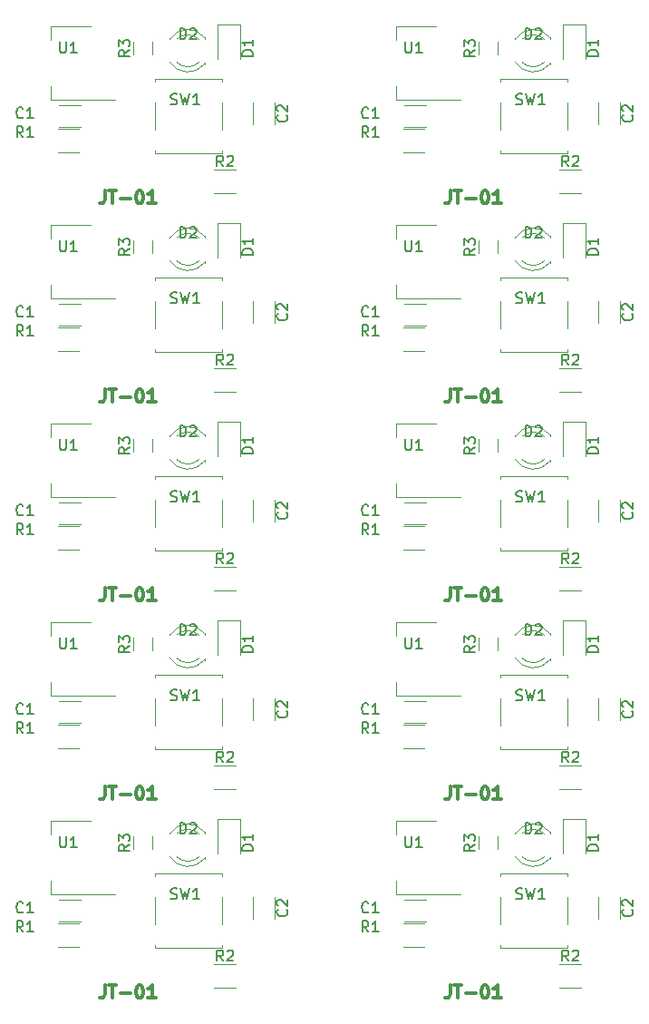
<source format=gbr>
G04 #@! TF.GenerationSoftware,KiCad,Pcbnew,5.1.6-c6e7f7d~86~ubuntu19.10.1*
G04 #@! TF.CreationDate,2021-03-24T15:38:50+01:00*
G04 #@! TF.ProjectId,Switch3V,53776974-6368-4335-962e-6b696361645f,rev?*
G04 #@! TF.SameCoordinates,Original*
G04 #@! TF.FileFunction,Legend,Top*
G04 #@! TF.FilePolarity,Positive*
%FSLAX46Y46*%
G04 Gerber Fmt 4.6, Leading zero omitted, Abs format (unit mm)*
G04 Created by KiCad (PCBNEW 5.1.6-c6e7f7d~86~ubuntu19.10.1) date 2021-03-24 15:38:50*
%MOMM*%
%LPD*%
G01*
G04 APERTURE LIST*
%ADD10C,0.300000*%
%ADD11C,0.120000*%
%ADD12C,0.150000*%
G04 APERTURE END LIST*
D10*
X244462571Y-134978857D02*
X244462571Y-135836000D01*
X244405428Y-136007428D01*
X244291142Y-136121714D01*
X244119714Y-136178857D01*
X244005428Y-136178857D01*
X244862571Y-134978857D02*
X245548285Y-134978857D01*
X245205428Y-136178857D02*
X245205428Y-134978857D01*
X245948285Y-135721714D02*
X246862571Y-135721714D01*
X247662571Y-134978857D02*
X247776857Y-134978857D01*
X247891142Y-135036000D01*
X247948285Y-135093142D01*
X248005428Y-135207428D01*
X248062571Y-135436000D01*
X248062571Y-135721714D01*
X248005428Y-135950285D01*
X247948285Y-136064571D01*
X247891142Y-136121714D01*
X247776857Y-136178857D01*
X247662571Y-136178857D01*
X247548285Y-136121714D01*
X247491142Y-136064571D01*
X247434000Y-135950285D01*
X247376857Y-135721714D01*
X247376857Y-135436000D01*
X247434000Y-135207428D01*
X247491142Y-135093142D01*
X247548285Y-135036000D01*
X247662571Y-134978857D01*
X249205428Y-136178857D02*
X248519714Y-136178857D01*
X248862571Y-136178857D02*
X248862571Y-134978857D01*
X248748285Y-135150285D01*
X248634000Y-135264571D01*
X248519714Y-135321714D01*
X212204571Y-134978857D02*
X212204571Y-135836000D01*
X212147428Y-136007428D01*
X212033142Y-136121714D01*
X211861714Y-136178857D01*
X211747428Y-136178857D01*
X212604571Y-134978857D02*
X213290285Y-134978857D01*
X212947428Y-136178857D02*
X212947428Y-134978857D01*
X213690285Y-135721714D02*
X214604571Y-135721714D01*
X215404571Y-134978857D02*
X215518857Y-134978857D01*
X215633142Y-135036000D01*
X215690285Y-135093142D01*
X215747428Y-135207428D01*
X215804571Y-135436000D01*
X215804571Y-135721714D01*
X215747428Y-135950285D01*
X215690285Y-136064571D01*
X215633142Y-136121714D01*
X215518857Y-136178857D01*
X215404571Y-136178857D01*
X215290285Y-136121714D01*
X215233142Y-136064571D01*
X215176000Y-135950285D01*
X215118857Y-135721714D01*
X215118857Y-135436000D01*
X215176000Y-135207428D01*
X215233142Y-135093142D01*
X215290285Y-135036000D01*
X215404571Y-134978857D01*
X216947428Y-136178857D02*
X216261714Y-136178857D01*
X216604571Y-136178857D02*
X216604571Y-134978857D01*
X216490285Y-135150285D01*
X216376000Y-135264571D01*
X216261714Y-135321714D01*
X212204571Y-116436857D02*
X212204571Y-117294000D01*
X212147428Y-117465428D01*
X212033142Y-117579714D01*
X211861714Y-117636857D01*
X211747428Y-117636857D01*
X212604571Y-116436857D02*
X213290285Y-116436857D01*
X212947428Y-117636857D02*
X212947428Y-116436857D01*
X213690285Y-117179714D02*
X214604571Y-117179714D01*
X215404571Y-116436857D02*
X215518857Y-116436857D01*
X215633142Y-116494000D01*
X215690285Y-116551142D01*
X215747428Y-116665428D01*
X215804571Y-116894000D01*
X215804571Y-117179714D01*
X215747428Y-117408285D01*
X215690285Y-117522571D01*
X215633142Y-117579714D01*
X215518857Y-117636857D01*
X215404571Y-117636857D01*
X215290285Y-117579714D01*
X215233142Y-117522571D01*
X215176000Y-117408285D01*
X215118857Y-117179714D01*
X215118857Y-116894000D01*
X215176000Y-116665428D01*
X215233142Y-116551142D01*
X215290285Y-116494000D01*
X215404571Y-116436857D01*
X216947428Y-117636857D02*
X216261714Y-117636857D01*
X216604571Y-117636857D02*
X216604571Y-116436857D01*
X216490285Y-116608285D01*
X216376000Y-116722571D01*
X216261714Y-116779714D01*
X244462571Y-97894857D02*
X244462571Y-98752000D01*
X244405428Y-98923428D01*
X244291142Y-99037714D01*
X244119714Y-99094857D01*
X244005428Y-99094857D01*
X244862571Y-97894857D02*
X245548285Y-97894857D01*
X245205428Y-99094857D02*
X245205428Y-97894857D01*
X245948285Y-98637714D02*
X246862571Y-98637714D01*
X247662571Y-97894857D02*
X247776857Y-97894857D01*
X247891142Y-97952000D01*
X247948285Y-98009142D01*
X248005428Y-98123428D01*
X248062571Y-98352000D01*
X248062571Y-98637714D01*
X248005428Y-98866285D01*
X247948285Y-98980571D01*
X247891142Y-99037714D01*
X247776857Y-99094857D01*
X247662571Y-99094857D01*
X247548285Y-99037714D01*
X247491142Y-98980571D01*
X247434000Y-98866285D01*
X247376857Y-98637714D01*
X247376857Y-98352000D01*
X247434000Y-98123428D01*
X247491142Y-98009142D01*
X247548285Y-97952000D01*
X247662571Y-97894857D01*
X249205428Y-99094857D02*
X248519714Y-99094857D01*
X248862571Y-99094857D02*
X248862571Y-97894857D01*
X248748285Y-98066285D01*
X248634000Y-98180571D01*
X248519714Y-98237714D01*
X244462571Y-116436857D02*
X244462571Y-117294000D01*
X244405428Y-117465428D01*
X244291142Y-117579714D01*
X244119714Y-117636857D01*
X244005428Y-117636857D01*
X244862571Y-116436857D02*
X245548285Y-116436857D01*
X245205428Y-117636857D02*
X245205428Y-116436857D01*
X245948285Y-117179714D02*
X246862571Y-117179714D01*
X247662571Y-116436857D02*
X247776857Y-116436857D01*
X247891142Y-116494000D01*
X247948285Y-116551142D01*
X248005428Y-116665428D01*
X248062571Y-116894000D01*
X248062571Y-117179714D01*
X248005428Y-117408285D01*
X247948285Y-117522571D01*
X247891142Y-117579714D01*
X247776857Y-117636857D01*
X247662571Y-117636857D01*
X247548285Y-117579714D01*
X247491142Y-117522571D01*
X247434000Y-117408285D01*
X247376857Y-117179714D01*
X247376857Y-116894000D01*
X247434000Y-116665428D01*
X247491142Y-116551142D01*
X247548285Y-116494000D01*
X247662571Y-116436857D01*
X249205428Y-117636857D02*
X248519714Y-117636857D01*
X248862571Y-117636857D02*
X248862571Y-116436857D01*
X248748285Y-116608285D01*
X248634000Y-116722571D01*
X248519714Y-116779714D01*
X212204571Y-97894857D02*
X212204571Y-98752000D01*
X212147428Y-98923428D01*
X212033142Y-99037714D01*
X211861714Y-99094857D01*
X211747428Y-99094857D01*
X212604571Y-97894857D02*
X213290285Y-97894857D01*
X212947428Y-99094857D02*
X212947428Y-97894857D01*
X213690285Y-98637714D02*
X214604571Y-98637714D01*
X215404571Y-97894857D02*
X215518857Y-97894857D01*
X215633142Y-97952000D01*
X215690285Y-98009142D01*
X215747428Y-98123428D01*
X215804571Y-98352000D01*
X215804571Y-98637714D01*
X215747428Y-98866285D01*
X215690285Y-98980571D01*
X215633142Y-99037714D01*
X215518857Y-99094857D01*
X215404571Y-99094857D01*
X215290285Y-99037714D01*
X215233142Y-98980571D01*
X215176000Y-98866285D01*
X215118857Y-98637714D01*
X215118857Y-98352000D01*
X215176000Y-98123428D01*
X215233142Y-98009142D01*
X215290285Y-97952000D01*
X215404571Y-97894857D01*
X216947428Y-99094857D02*
X216261714Y-99094857D01*
X216604571Y-99094857D02*
X216604571Y-97894857D01*
X216490285Y-98066285D01*
X216376000Y-98180571D01*
X216261714Y-98237714D01*
X244462571Y-79352857D02*
X244462571Y-80210000D01*
X244405428Y-80381428D01*
X244291142Y-80495714D01*
X244119714Y-80552857D01*
X244005428Y-80552857D01*
X244862571Y-79352857D02*
X245548285Y-79352857D01*
X245205428Y-80552857D02*
X245205428Y-79352857D01*
X245948285Y-80095714D02*
X246862571Y-80095714D01*
X247662571Y-79352857D02*
X247776857Y-79352857D01*
X247891142Y-79410000D01*
X247948285Y-79467142D01*
X248005428Y-79581428D01*
X248062571Y-79810000D01*
X248062571Y-80095714D01*
X248005428Y-80324285D01*
X247948285Y-80438571D01*
X247891142Y-80495714D01*
X247776857Y-80552857D01*
X247662571Y-80552857D01*
X247548285Y-80495714D01*
X247491142Y-80438571D01*
X247434000Y-80324285D01*
X247376857Y-80095714D01*
X247376857Y-79810000D01*
X247434000Y-79581428D01*
X247491142Y-79467142D01*
X247548285Y-79410000D01*
X247662571Y-79352857D01*
X249205428Y-80552857D02*
X248519714Y-80552857D01*
X248862571Y-80552857D02*
X248862571Y-79352857D01*
X248748285Y-79524285D01*
X248634000Y-79638571D01*
X248519714Y-79695714D01*
X212204571Y-79352857D02*
X212204571Y-80210000D01*
X212147428Y-80381428D01*
X212033142Y-80495714D01*
X211861714Y-80552857D01*
X211747428Y-80552857D01*
X212604571Y-79352857D02*
X213290285Y-79352857D01*
X212947428Y-80552857D02*
X212947428Y-79352857D01*
X213690285Y-80095714D02*
X214604571Y-80095714D01*
X215404571Y-79352857D02*
X215518857Y-79352857D01*
X215633142Y-79410000D01*
X215690285Y-79467142D01*
X215747428Y-79581428D01*
X215804571Y-79810000D01*
X215804571Y-80095714D01*
X215747428Y-80324285D01*
X215690285Y-80438571D01*
X215633142Y-80495714D01*
X215518857Y-80552857D01*
X215404571Y-80552857D01*
X215290285Y-80495714D01*
X215233142Y-80438571D01*
X215176000Y-80324285D01*
X215118857Y-80095714D01*
X215118857Y-79810000D01*
X215176000Y-79581428D01*
X215233142Y-79467142D01*
X215290285Y-79410000D01*
X215404571Y-79352857D01*
X216947428Y-80552857D02*
X216261714Y-80552857D01*
X216604571Y-80552857D02*
X216604571Y-79352857D01*
X216490285Y-79524285D01*
X216376000Y-79638571D01*
X216261714Y-79695714D01*
X212204571Y-60810857D02*
X212204571Y-61668000D01*
X212147428Y-61839428D01*
X212033142Y-61953714D01*
X211861714Y-62010857D01*
X211747428Y-62010857D01*
X212604571Y-60810857D02*
X213290285Y-60810857D01*
X212947428Y-62010857D02*
X212947428Y-60810857D01*
X213690285Y-61553714D02*
X214604571Y-61553714D01*
X215404571Y-60810857D02*
X215518857Y-60810857D01*
X215633142Y-60868000D01*
X215690285Y-60925142D01*
X215747428Y-61039428D01*
X215804571Y-61268000D01*
X215804571Y-61553714D01*
X215747428Y-61782285D01*
X215690285Y-61896571D01*
X215633142Y-61953714D01*
X215518857Y-62010857D01*
X215404571Y-62010857D01*
X215290285Y-61953714D01*
X215233142Y-61896571D01*
X215176000Y-61782285D01*
X215118857Y-61553714D01*
X215118857Y-61268000D01*
X215176000Y-61039428D01*
X215233142Y-60925142D01*
X215290285Y-60868000D01*
X215404571Y-60810857D01*
X216947428Y-62010857D02*
X216261714Y-62010857D01*
X216604571Y-62010857D02*
X216604571Y-60810857D01*
X216490285Y-60982285D01*
X216376000Y-61096571D01*
X216261714Y-61153714D01*
X244462571Y-60810857D02*
X244462571Y-61668000D01*
X244405428Y-61839428D01*
X244291142Y-61953714D01*
X244119714Y-62010857D01*
X244005428Y-62010857D01*
X244862571Y-60810857D02*
X245548285Y-60810857D01*
X245205428Y-62010857D02*
X245205428Y-60810857D01*
X245948285Y-61553714D02*
X246862571Y-61553714D01*
X247662571Y-60810857D02*
X247776857Y-60810857D01*
X247891142Y-60868000D01*
X247948285Y-60925142D01*
X248005428Y-61039428D01*
X248062571Y-61268000D01*
X248062571Y-61553714D01*
X248005428Y-61782285D01*
X247948285Y-61896571D01*
X247891142Y-61953714D01*
X247776857Y-62010857D01*
X247662571Y-62010857D01*
X247548285Y-61953714D01*
X247491142Y-61896571D01*
X247434000Y-61782285D01*
X247376857Y-61553714D01*
X247376857Y-61268000D01*
X247434000Y-61039428D01*
X247491142Y-60925142D01*
X247548285Y-60868000D01*
X247662571Y-60810857D01*
X249205428Y-62010857D02*
X248519714Y-62010857D01*
X248862571Y-62010857D02*
X248862571Y-60810857D01*
X248748285Y-60982285D01*
X248634000Y-61096571D01*
X248519714Y-61153714D01*
D11*
X207132000Y-119653000D02*
X207132000Y-120913000D01*
X207132000Y-126473000D02*
X207132000Y-125213000D01*
X210892000Y-119653000D02*
X207132000Y-119653000D01*
X213142000Y-126473000D02*
X207132000Y-126473000D01*
X221524000Y-123156000D02*
X221524000Y-123000000D01*
X221524000Y-120840000D02*
X221524000Y-120684000D01*
X218291665Y-122998608D02*
G75*
G03*
X221524000Y-123155516I1672335J1078608D01*
G01*
X218291665Y-120841392D02*
G75*
G02*
X221524000Y-120684484I1672335J-1078608D01*
G01*
X218922870Y-122999837D02*
G75*
G03*
X221004961Y-123000000I1041130J1079837D01*
G01*
X218922870Y-120840163D02*
G75*
G02*
X221004961Y-120840000I1041130J-1079837D01*
G01*
X223203000Y-126716000D02*
X223203000Y-129316000D01*
X216903000Y-131466000D02*
X216903000Y-131216000D01*
X223203000Y-131466000D02*
X216903000Y-131466000D01*
X223203000Y-131216000D02*
X223203000Y-131466000D01*
X216903000Y-129316000D02*
X216903000Y-126716000D01*
X223203000Y-124566000D02*
X223203000Y-124816000D01*
X216903000Y-124566000D02*
X223203000Y-124566000D01*
X216903000Y-124816000D02*
X216903000Y-124566000D01*
X249161000Y-124816000D02*
X249161000Y-124566000D01*
X249161000Y-124566000D02*
X255461000Y-124566000D01*
X255461000Y-124566000D02*
X255461000Y-124816000D01*
X249161000Y-129316000D02*
X249161000Y-126716000D01*
X255461000Y-131216000D02*
X255461000Y-131466000D01*
X255461000Y-131466000D02*
X249161000Y-131466000D01*
X249161000Y-131466000D02*
X249161000Y-131216000D01*
X255461000Y-126716000D02*
X255461000Y-129316000D01*
X228096000Y-128762000D02*
X228096000Y-126762000D01*
X226056000Y-126762000D02*
X226056000Y-128762000D01*
X209820000Y-131372000D02*
X207820000Y-131372000D01*
X207820000Y-129232000D02*
X209820000Y-129232000D01*
X207915000Y-129036000D02*
X209915000Y-129036000D01*
X209915000Y-126996000D02*
X207915000Y-126996000D01*
X242173000Y-126996000D02*
X240173000Y-126996000D01*
X240173000Y-129036000D02*
X242173000Y-129036000D01*
X240078000Y-129232000D02*
X242078000Y-129232000D01*
X242078000Y-131372000D02*
X240078000Y-131372000D01*
X256683000Y-135182000D02*
X254683000Y-135182000D01*
X254683000Y-133042000D02*
X256683000Y-133042000D01*
X251180870Y-120840163D02*
G75*
G02*
X253262961Y-120840000I1041130J-1079837D01*
G01*
X251180870Y-122999837D02*
G75*
G03*
X253262961Y-123000000I1041130J1079837D01*
G01*
X250549665Y-120841392D02*
G75*
G02*
X253782000Y-120684484I1672335J-1078608D01*
G01*
X250549665Y-122998608D02*
G75*
G03*
X253782000Y-123155516I1672335J1078608D01*
G01*
X253782000Y-120840000D02*
X253782000Y-120684000D01*
X253782000Y-123156000D02*
X253782000Y-123000000D01*
X222425000Y-133042000D02*
X224425000Y-133042000D01*
X224425000Y-135182000D02*
X222425000Y-135182000D01*
X248911000Y-121098000D02*
X248911000Y-122298000D01*
X247151000Y-122298000D02*
X247151000Y-121098000D01*
X254972000Y-119466000D02*
X254972000Y-122666000D01*
X257092000Y-122666000D02*
X257092000Y-119466000D01*
X257092000Y-119466000D02*
X254972000Y-119466000D01*
X258314000Y-126762000D02*
X258314000Y-128762000D01*
X260354000Y-128762000D02*
X260354000Y-126762000D01*
X245400000Y-126473000D02*
X239390000Y-126473000D01*
X243150000Y-119653000D02*
X239390000Y-119653000D01*
X239390000Y-126473000D02*
X239390000Y-125213000D01*
X239390000Y-119653000D02*
X239390000Y-120913000D01*
X224834000Y-119466000D02*
X222714000Y-119466000D01*
X224834000Y-122666000D02*
X224834000Y-119466000D01*
X222714000Y-119466000D02*
X222714000Y-122666000D01*
X214893000Y-122298000D02*
X214893000Y-121098000D01*
X216653000Y-121098000D02*
X216653000Y-122298000D01*
X216653000Y-102556000D02*
X216653000Y-103756000D01*
X214893000Y-103756000D02*
X214893000Y-102556000D01*
X257092000Y-100924000D02*
X254972000Y-100924000D01*
X257092000Y-104124000D02*
X257092000Y-100924000D01*
X254972000Y-100924000D02*
X254972000Y-104124000D01*
X242078000Y-112830000D02*
X240078000Y-112830000D01*
X240078000Y-110690000D02*
X242078000Y-110690000D01*
X207132000Y-82569000D02*
X207132000Y-83829000D01*
X207132000Y-89389000D02*
X207132000Y-88129000D01*
X210892000Y-82569000D02*
X207132000Y-82569000D01*
X213142000Y-89389000D02*
X207132000Y-89389000D01*
X209915000Y-108454000D02*
X207915000Y-108454000D01*
X207915000Y-110494000D02*
X209915000Y-110494000D01*
X221524000Y-86072000D02*
X221524000Y-85916000D01*
X221524000Y-83756000D02*
X221524000Y-83600000D01*
X218291665Y-85914608D02*
G75*
G03*
X221524000Y-86071516I1672335J1078608D01*
G01*
X218291665Y-83757392D02*
G75*
G02*
X221524000Y-83600484I1672335J-1078608D01*
G01*
X218922870Y-85915837D02*
G75*
G03*
X221004961Y-85916000I1041130J1079837D01*
G01*
X218922870Y-83756163D02*
G75*
G02*
X221004961Y-83756000I1041130J-1079837D01*
G01*
X223203000Y-89632000D02*
X223203000Y-92232000D01*
X216903000Y-94382000D02*
X216903000Y-94132000D01*
X223203000Y-94382000D02*
X216903000Y-94382000D01*
X223203000Y-94132000D02*
X223203000Y-94382000D01*
X216903000Y-92232000D02*
X216903000Y-89632000D01*
X223203000Y-87482000D02*
X223203000Y-87732000D01*
X216903000Y-87482000D02*
X223203000Y-87482000D01*
X216903000Y-87732000D02*
X216903000Y-87482000D01*
X249161000Y-87732000D02*
X249161000Y-87482000D01*
X249161000Y-87482000D02*
X255461000Y-87482000D01*
X255461000Y-87482000D02*
X255461000Y-87732000D01*
X249161000Y-92232000D02*
X249161000Y-89632000D01*
X255461000Y-94132000D02*
X255461000Y-94382000D01*
X255461000Y-94382000D02*
X249161000Y-94382000D01*
X249161000Y-94382000D02*
X249161000Y-94132000D01*
X255461000Y-89632000D02*
X255461000Y-92232000D01*
X254683000Y-114500000D02*
X256683000Y-114500000D01*
X256683000Y-116640000D02*
X254683000Y-116640000D01*
X228096000Y-91678000D02*
X228096000Y-89678000D01*
X226056000Y-89678000D02*
X226056000Y-91678000D01*
X209820000Y-94288000D02*
X207820000Y-94288000D01*
X207820000Y-92148000D02*
X209820000Y-92148000D01*
X213142000Y-107931000D02*
X207132000Y-107931000D01*
X210892000Y-101111000D02*
X207132000Y-101111000D01*
X207132000Y-107931000D02*
X207132000Y-106671000D01*
X207132000Y-101111000D02*
X207132000Y-102371000D01*
X222714000Y-100924000D02*
X222714000Y-104124000D01*
X224834000Y-104124000D02*
X224834000Y-100924000D01*
X224834000Y-100924000D02*
X222714000Y-100924000D01*
X247151000Y-103756000D02*
X247151000Y-102556000D01*
X248911000Y-102556000D02*
X248911000Y-103756000D01*
X207915000Y-91952000D02*
X209915000Y-91952000D01*
X209915000Y-89912000D02*
X207915000Y-89912000D01*
X242173000Y-89912000D02*
X240173000Y-89912000D01*
X240173000Y-91952000D02*
X242173000Y-91952000D01*
X240078000Y-92148000D02*
X242078000Y-92148000D01*
X242078000Y-94288000D02*
X240078000Y-94288000D01*
X240173000Y-110494000D02*
X242173000Y-110494000D01*
X242173000Y-108454000D02*
X240173000Y-108454000D01*
X256683000Y-98098000D02*
X254683000Y-98098000D01*
X254683000Y-95958000D02*
X256683000Y-95958000D01*
X255461000Y-108174000D02*
X255461000Y-110774000D01*
X249161000Y-112924000D02*
X249161000Y-112674000D01*
X255461000Y-112924000D02*
X249161000Y-112924000D01*
X255461000Y-112674000D02*
X255461000Y-112924000D01*
X249161000Y-110774000D02*
X249161000Y-108174000D01*
X255461000Y-106024000D02*
X255461000Y-106274000D01*
X249161000Y-106024000D02*
X255461000Y-106024000D01*
X249161000Y-106274000D02*
X249161000Y-106024000D01*
X251180870Y-83756163D02*
G75*
G02*
X253262961Y-83756000I1041130J-1079837D01*
G01*
X251180870Y-85915837D02*
G75*
G03*
X253262961Y-85916000I1041130J1079837D01*
G01*
X250549665Y-83757392D02*
G75*
G02*
X253782000Y-83600484I1672335J-1078608D01*
G01*
X250549665Y-85914608D02*
G75*
G03*
X253782000Y-86071516I1672335J1078608D01*
G01*
X253782000Y-83756000D02*
X253782000Y-83600000D01*
X253782000Y-86072000D02*
X253782000Y-85916000D01*
X260354000Y-110220000D02*
X260354000Y-108220000D01*
X258314000Y-108220000D02*
X258314000Y-110220000D01*
X222425000Y-95958000D02*
X224425000Y-95958000D01*
X224425000Y-98098000D02*
X222425000Y-98098000D01*
X216903000Y-106274000D02*
X216903000Y-106024000D01*
X216903000Y-106024000D02*
X223203000Y-106024000D01*
X223203000Y-106024000D02*
X223203000Y-106274000D01*
X216903000Y-110774000D02*
X216903000Y-108174000D01*
X223203000Y-112674000D02*
X223203000Y-112924000D01*
X223203000Y-112924000D02*
X216903000Y-112924000D01*
X216903000Y-112924000D02*
X216903000Y-112674000D01*
X223203000Y-108174000D02*
X223203000Y-110774000D01*
X248911000Y-84014000D02*
X248911000Y-85214000D01*
X247151000Y-85214000D02*
X247151000Y-84014000D01*
X254972000Y-82382000D02*
X254972000Y-85582000D01*
X257092000Y-85582000D02*
X257092000Y-82382000D01*
X257092000Y-82382000D02*
X254972000Y-82382000D01*
X258314000Y-89678000D02*
X258314000Y-91678000D01*
X260354000Y-91678000D02*
X260354000Y-89678000D01*
X245400000Y-89389000D02*
X239390000Y-89389000D01*
X243150000Y-82569000D02*
X239390000Y-82569000D01*
X239390000Y-89389000D02*
X239390000Y-88129000D01*
X239390000Y-82569000D02*
X239390000Y-83829000D01*
X224834000Y-82382000D02*
X222714000Y-82382000D01*
X224834000Y-85582000D02*
X224834000Y-82382000D01*
X222714000Y-82382000D02*
X222714000Y-85582000D01*
X253782000Y-104614000D02*
X253782000Y-104458000D01*
X253782000Y-102298000D02*
X253782000Y-102142000D01*
X250549665Y-104456608D02*
G75*
G03*
X253782000Y-104613516I1672335J1078608D01*
G01*
X250549665Y-102299392D02*
G75*
G02*
X253782000Y-102142484I1672335J-1078608D01*
G01*
X251180870Y-104457837D02*
G75*
G03*
X253262961Y-104458000I1041130J1079837D01*
G01*
X251180870Y-102298163D02*
G75*
G02*
X253262961Y-102298000I1041130J-1079837D01*
G01*
X218922870Y-102298163D02*
G75*
G02*
X221004961Y-102298000I1041130J-1079837D01*
G01*
X218922870Y-104457837D02*
G75*
G03*
X221004961Y-104458000I1041130J1079837D01*
G01*
X218291665Y-102299392D02*
G75*
G02*
X221524000Y-102142484I1672335J-1078608D01*
G01*
X218291665Y-104456608D02*
G75*
G03*
X221524000Y-104613516I1672335J1078608D01*
G01*
X221524000Y-102298000D02*
X221524000Y-102142000D01*
X221524000Y-104614000D02*
X221524000Y-104458000D01*
X207820000Y-110690000D02*
X209820000Y-110690000D01*
X209820000Y-112830000D02*
X207820000Y-112830000D01*
X226056000Y-108220000D02*
X226056000Y-110220000D01*
X228096000Y-110220000D02*
X228096000Y-108220000D01*
X224425000Y-116640000D02*
X222425000Y-116640000D01*
X222425000Y-114500000D02*
X224425000Y-114500000D01*
X239390000Y-101111000D02*
X239390000Y-102371000D01*
X239390000Y-107931000D02*
X239390000Y-106671000D01*
X243150000Y-101111000D02*
X239390000Y-101111000D01*
X245400000Y-107931000D02*
X239390000Y-107931000D01*
X214893000Y-85214000D02*
X214893000Y-84014000D01*
X216653000Y-84014000D02*
X216653000Y-85214000D01*
X207132000Y-64027000D02*
X207132000Y-65287000D01*
X207132000Y-70847000D02*
X207132000Y-69587000D01*
X210892000Y-64027000D02*
X207132000Y-64027000D01*
X213142000Y-70847000D02*
X207132000Y-70847000D01*
X221524000Y-67530000D02*
X221524000Y-67374000D01*
X221524000Y-65214000D02*
X221524000Y-65058000D01*
X218291665Y-67372608D02*
G75*
G03*
X221524000Y-67529516I1672335J1078608D01*
G01*
X218291665Y-65215392D02*
G75*
G02*
X221524000Y-65058484I1672335J-1078608D01*
G01*
X218922870Y-67373837D02*
G75*
G03*
X221004961Y-67374000I1041130J1079837D01*
G01*
X218922870Y-65214163D02*
G75*
G02*
X221004961Y-65214000I1041130J-1079837D01*
G01*
X223203000Y-71090000D02*
X223203000Y-73690000D01*
X216903000Y-75840000D02*
X216903000Y-75590000D01*
X223203000Y-75840000D02*
X216903000Y-75840000D01*
X223203000Y-75590000D02*
X223203000Y-75840000D01*
X216903000Y-73690000D02*
X216903000Y-71090000D01*
X223203000Y-68940000D02*
X223203000Y-69190000D01*
X216903000Y-68940000D02*
X223203000Y-68940000D01*
X216903000Y-69190000D02*
X216903000Y-68940000D01*
X249161000Y-69190000D02*
X249161000Y-68940000D01*
X249161000Y-68940000D02*
X255461000Y-68940000D01*
X255461000Y-68940000D02*
X255461000Y-69190000D01*
X249161000Y-73690000D02*
X249161000Y-71090000D01*
X255461000Y-75590000D02*
X255461000Y-75840000D01*
X255461000Y-75840000D02*
X249161000Y-75840000D01*
X249161000Y-75840000D02*
X249161000Y-75590000D01*
X255461000Y-71090000D02*
X255461000Y-73690000D01*
X228096000Y-73136000D02*
X228096000Y-71136000D01*
X226056000Y-71136000D02*
X226056000Y-73136000D01*
X209820000Y-75746000D02*
X207820000Y-75746000D01*
X207820000Y-73606000D02*
X209820000Y-73606000D01*
X207915000Y-73410000D02*
X209915000Y-73410000D01*
X209915000Y-71370000D02*
X207915000Y-71370000D01*
X242173000Y-71370000D02*
X240173000Y-71370000D01*
X240173000Y-73410000D02*
X242173000Y-73410000D01*
X240078000Y-73606000D02*
X242078000Y-73606000D01*
X242078000Y-75746000D02*
X240078000Y-75746000D01*
X256683000Y-79556000D02*
X254683000Y-79556000D01*
X254683000Y-77416000D02*
X256683000Y-77416000D01*
X251180870Y-65214163D02*
G75*
G02*
X253262961Y-65214000I1041130J-1079837D01*
G01*
X251180870Y-67373837D02*
G75*
G03*
X253262961Y-67374000I1041130J1079837D01*
G01*
X250549665Y-65215392D02*
G75*
G02*
X253782000Y-65058484I1672335J-1078608D01*
G01*
X250549665Y-67372608D02*
G75*
G03*
X253782000Y-67529516I1672335J1078608D01*
G01*
X253782000Y-65214000D02*
X253782000Y-65058000D01*
X253782000Y-67530000D02*
X253782000Y-67374000D01*
X222425000Y-77416000D02*
X224425000Y-77416000D01*
X224425000Y-79556000D02*
X222425000Y-79556000D01*
X248911000Y-65472000D02*
X248911000Y-66672000D01*
X247151000Y-66672000D02*
X247151000Y-65472000D01*
X254972000Y-63840000D02*
X254972000Y-67040000D01*
X257092000Y-67040000D02*
X257092000Y-63840000D01*
X257092000Y-63840000D02*
X254972000Y-63840000D01*
X258314000Y-71136000D02*
X258314000Y-73136000D01*
X260354000Y-73136000D02*
X260354000Y-71136000D01*
X245400000Y-70847000D02*
X239390000Y-70847000D01*
X243150000Y-64027000D02*
X239390000Y-64027000D01*
X239390000Y-70847000D02*
X239390000Y-69587000D01*
X239390000Y-64027000D02*
X239390000Y-65287000D01*
X224834000Y-63840000D02*
X222714000Y-63840000D01*
X224834000Y-67040000D02*
X224834000Y-63840000D01*
X222714000Y-63840000D02*
X222714000Y-67040000D01*
X214893000Y-66672000D02*
X214893000Y-65472000D01*
X216653000Y-65472000D02*
X216653000Y-66672000D01*
X216903000Y-50648000D02*
X216903000Y-50398000D01*
X216903000Y-50398000D02*
X223203000Y-50398000D01*
X223203000Y-50398000D02*
X223203000Y-50648000D01*
X216903000Y-55148000D02*
X216903000Y-52548000D01*
X223203000Y-57048000D02*
X223203000Y-57298000D01*
X223203000Y-57298000D02*
X216903000Y-57298000D01*
X216903000Y-57298000D02*
X216903000Y-57048000D01*
X223203000Y-52548000D02*
X223203000Y-55148000D01*
X209915000Y-52828000D02*
X207915000Y-52828000D01*
X207915000Y-54868000D02*
X209915000Y-54868000D01*
X207820000Y-55064000D02*
X209820000Y-55064000D01*
X209820000Y-57204000D02*
X207820000Y-57204000D01*
X224425000Y-61014000D02*
X222425000Y-61014000D01*
X222425000Y-58874000D02*
X224425000Y-58874000D01*
X218922870Y-46672163D02*
G75*
G02*
X221004961Y-46672000I1041130J-1079837D01*
G01*
X218922870Y-48831837D02*
G75*
G03*
X221004961Y-48832000I1041130J1079837D01*
G01*
X218291665Y-46673392D02*
G75*
G02*
X221524000Y-46516484I1672335J-1078608D01*
G01*
X218291665Y-48830608D02*
G75*
G03*
X221524000Y-48987516I1672335J1078608D01*
G01*
X221524000Y-46672000D02*
X221524000Y-46516000D01*
X221524000Y-48988000D02*
X221524000Y-48832000D01*
X216653000Y-46930000D02*
X216653000Y-48130000D01*
X214893000Y-48130000D02*
X214893000Y-46930000D01*
X222714000Y-45298000D02*
X222714000Y-48498000D01*
X224834000Y-48498000D02*
X224834000Y-45298000D01*
X224834000Y-45298000D02*
X222714000Y-45298000D01*
X226056000Y-52594000D02*
X226056000Y-54594000D01*
X228096000Y-54594000D02*
X228096000Y-52594000D01*
X213142000Y-52305000D02*
X207132000Y-52305000D01*
X210892000Y-45485000D02*
X207132000Y-45485000D01*
X207132000Y-52305000D02*
X207132000Y-51045000D01*
X207132000Y-45485000D02*
X207132000Y-46745000D01*
X247151000Y-48130000D02*
X247151000Y-46930000D01*
X248911000Y-46930000D02*
X248911000Y-48130000D01*
X255461000Y-52548000D02*
X255461000Y-55148000D01*
X249161000Y-57298000D02*
X249161000Y-57048000D01*
X255461000Y-57298000D02*
X249161000Y-57298000D01*
X255461000Y-57048000D02*
X255461000Y-57298000D01*
X249161000Y-55148000D02*
X249161000Y-52548000D01*
X255461000Y-50398000D02*
X255461000Y-50648000D01*
X249161000Y-50398000D02*
X255461000Y-50398000D01*
X249161000Y-50648000D02*
X249161000Y-50398000D01*
X240173000Y-54868000D02*
X242173000Y-54868000D01*
X242173000Y-52828000D02*
X240173000Y-52828000D01*
X260354000Y-54594000D02*
X260354000Y-52594000D01*
X258314000Y-52594000D02*
X258314000Y-54594000D01*
X257092000Y-45298000D02*
X254972000Y-45298000D01*
X257092000Y-48498000D02*
X257092000Y-45298000D01*
X254972000Y-45298000D02*
X254972000Y-48498000D01*
X253782000Y-48988000D02*
X253782000Y-48832000D01*
X253782000Y-46672000D02*
X253782000Y-46516000D01*
X250549665Y-48830608D02*
G75*
G03*
X253782000Y-48987516I1672335J1078608D01*
G01*
X250549665Y-46673392D02*
G75*
G02*
X253782000Y-46516484I1672335J-1078608D01*
G01*
X251180870Y-48831837D02*
G75*
G03*
X253262961Y-48832000I1041130J1079837D01*
G01*
X251180870Y-46672163D02*
G75*
G02*
X253262961Y-46672000I1041130J-1079837D01*
G01*
X242078000Y-57204000D02*
X240078000Y-57204000D01*
X240078000Y-55064000D02*
X242078000Y-55064000D01*
X254683000Y-58874000D02*
X256683000Y-58874000D01*
X256683000Y-61014000D02*
X254683000Y-61014000D01*
X239390000Y-45485000D02*
X239390000Y-46745000D01*
X239390000Y-52305000D02*
X239390000Y-51045000D01*
X243150000Y-45485000D02*
X239390000Y-45485000D01*
X245400000Y-52305000D02*
X239390000Y-52305000D01*
D12*
X208026095Y-121118380D02*
X208026095Y-121927904D01*
X208073714Y-122023142D01*
X208121333Y-122070761D01*
X208216571Y-122118380D01*
X208407047Y-122118380D01*
X208502285Y-122070761D01*
X208549904Y-122023142D01*
X208597523Y-121927904D01*
X208597523Y-121118380D01*
X209597523Y-122118380D02*
X209026095Y-122118380D01*
X209311809Y-122118380D02*
X209311809Y-121118380D01*
X209216571Y-121261238D01*
X209121333Y-121356476D01*
X209026095Y-121404095D01*
X219225904Y-120848380D02*
X219225904Y-119848380D01*
X219464000Y-119848380D01*
X219606857Y-119896000D01*
X219702095Y-119991238D01*
X219749714Y-120086476D01*
X219797333Y-120276952D01*
X219797333Y-120419809D01*
X219749714Y-120610285D01*
X219702095Y-120705523D01*
X219606857Y-120800761D01*
X219464000Y-120848380D01*
X219225904Y-120848380D01*
X220178285Y-119943619D02*
X220225904Y-119896000D01*
X220321142Y-119848380D01*
X220559238Y-119848380D01*
X220654476Y-119896000D01*
X220702095Y-119943619D01*
X220749714Y-120038857D01*
X220749714Y-120134095D01*
X220702095Y-120276952D01*
X220130666Y-120848380D01*
X220749714Y-120848380D01*
X218376666Y-126896761D02*
X218519523Y-126944380D01*
X218757619Y-126944380D01*
X218852857Y-126896761D01*
X218900476Y-126849142D01*
X218948095Y-126753904D01*
X218948095Y-126658666D01*
X218900476Y-126563428D01*
X218852857Y-126515809D01*
X218757619Y-126468190D01*
X218567142Y-126420571D01*
X218471904Y-126372952D01*
X218424285Y-126325333D01*
X218376666Y-126230095D01*
X218376666Y-126134857D01*
X218424285Y-126039619D01*
X218471904Y-125992000D01*
X218567142Y-125944380D01*
X218805238Y-125944380D01*
X218948095Y-125992000D01*
X219281428Y-125944380D02*
X219519523Y-126944380D01*
X219710000Y-126230095D01*
X219900476Y-126944380D01*
X220138571Y-125944380D01*
X221043333Y-126944380D02*
X220471904Y-126944380D01*
X220757619Y-126944380D02*
X220757619Y-125944380D01*
X220662380Y-126087238D01*
X220567142Y-126182476D01*
X220471904Y-126230095D01*
X250634666Y-126896761D02*
X250777523Y-126944380D01*
X251015619Y-126944380D01*
X251110857Y-126896761D01*
X251158476Y-126849142D01*
X251206095Y-126753904D01*
X251206095Y-126658666D01*
X251158476Y-126563428D01*
X251110857Y-126515809D01*
X251015619Y-126468190D01*
X250825142Y-126420571D01*
X250729904Y-126372952D01*
X250682285Y-126325333D01*
X250634666Y-126230095D01*
X250634666Y-126134857D01*
X250682285Y-126039619D01*
X250729904Y-125992000D01*
X250825142Y-125944380D01*
X251063238Y-125944380D01*
X251206095Y-125992000D01*
X251539428Y-125944380D02*
X251777523Y-126944380D01*
X251968000Y-126230095D01*
X252158476Y-126944380D01*
X252396571Y-125944380D01*
X253301333Y-126944380D02*
X252729904Y-126944380D01*
X253015619Y-126944380D02*
X253015619Y-125944380D01*
X252920380Y-126087238D01*
X252825142Y-126182476D01*
X252729904Y-126230095D01*
X229183142Y-127928666D02*
X229230761Y-127976285D01*
X229278380Y-128119142D01*
X229278380Y-128214380D01*
X229230761Y-128357238D01*
X229135523Y-128452476D01*
X229040285Y-128500095D01*
X228849809Y-128547714D01*
X228706952Y-128547714D01*
X228516476Y-128500095D01*
X228421238Y-128452476D01*
X228326000Y-128357238D01*
X228278380Y-128214380D01*
X228278380Y-128119142D01*
X228326000Y-127976285D01*
X228373619Y-127928666D01*
X228373619Y-127547714D02*
X228326000Y-127500095D01*
X228278380Y-127404857D01*
X228278380Y-127166761D01*
X228326000Y-127071523D01*
X228373619Y-127023904D01*
X228468857Y-126976285D01*
X228564095Y-126976285D01*
X228706952Y-127023904D01*
X229278380Y-127595333D01*
X229278380Y-126976285D01*
X204557333Y-129992380D02*
X204224000Y-129516190D01*
X203985904Y-129992380D02*
X203985904Y-128992380D01*
X204366857Y-128992380D01*
X204462095Y-129040000D01*
X204509714Y-129087619D01*
X204557333Y-129182857D01*
X204557333Y-129325714D01*
X204509714Y-129420952D01*
X204462095Y-129468571D01*
X204366857Y-129516190D01*
X203985904Y-129516190D01*
X205509714Y-129992380D02*
X204938285Y-129992380D01*
X205224000Y-129992380D02*
X205224000Y-128992380D01*
X205128761Y-129135238D01*
X205033523Y-129230476D01*
X204938285Y-129278095D01*
X204557333Y-128119142D02*
X204509714Y-128166761D01*
X204366857Y-128214380D01*
X204271619Y-128214380D01*
X204128761Y-128166761D01*
X204033523Y-128071523D01*
X203985904Y-127976285D01*
X203938285Y-127785809D01*
X203938285Y-127642952D01*
X203985904Y-127452476D01*
X204033523Y-127357238D01*
X204128761Y-127262000D01*
X204271619Y-127214380D01*
X204366857Y-127214380D01*
X204509714Y-127262000D01*
X204557333Y-127309619D01*
X205509714Y-128214380D02*
X204938285Y-128214380D01*
X205224000Y-128214380D02*
X205224000Y-127214380D01*
X205128761Y-127357238D01*
X205033523Y-127452476D01*
X204938285Y-127500095D01*
X236815333Y-128119142D02*
X236767714Y-128166761D01*
X236624857Y-128214380D01*
X236529619Y-128214380D01*
X236386761Y-128166761D01*
X236291523Y-128071523D01*
X236243904Y-127976285D01*
X236196285Y-127785809D01*
X236196285Y-127642952D01*
X236243904Y-127452476D01*
X236291523Y-127357238D01*
X236386761Y-127262000D01*
X236529619Y-127214380D01*
X236624857Y-127214380D01*
X236767714Y-127262000D01*
X236815333Y-127309619D01*
X237767714Y-128214380D02*
X237196285Y-128214380D01*
X237482000Y-128214380D02*
X237482000Y-127214380D01*
X237386761Y-127357238D01*
X237291523Y-127452476D01*
X237196285Y-127500095D01*
X236815333Y-129992380D02*
X236482000Y-129516190D01*
X236243904Y-129992380D02*
X236243904Y-128992380D01*
X236624857Y-128992380D01*
X236720095Y-129040000D01*
X236767714Y-129087619D01*
X236815333Y-129182857D01*
X236815333Y-129325714D01*
X236767714Y-129420952D01*
X236720095Y-129468571D01*
X236624857Y-129516190D01*
X236243904Y-129516190D01*
X237767714Y-129992380D02*
X237196285Y-129992380D01*
X237482000Y-129992380D02*
X237482000Y-128992380D01*
X237386761Y-129135238D01*
X237291523Y-129230476D01*
X237196285Y-129278095D01*
X255516333Y-132714380D02*
X255183000Y-132238190D01*
X254944904Y-132714380D02*
X254944904Y-131714380D01*
X255325857Y-131714380D01*
X255421095Y-131762000D01*
X255468714Y-131809619D01*
X255516333Y-131904857D01*
X255516333Y-132047714D01*
X255468714Y-132142952D01*
X255421095Y-132190571D01*
X255325857Y-132238190D01*
X254944904Y-132238190D01*
X255897285Y-131809619D02*
X255944904Y-131762000D01*
X256040142Y-131714380D01*
X256278238Y-131714380D01*
X256373476Y-131762000D01*
X256421095Y-131809619D01*
X256468714Y-131904857D01*
X256468714Y-132000095D01*
X256421095Y-132142952D01*
X255849666Y-132714380D01*
X256468714Y-132714380D01*
X251483904Y-120848380D02*
X251483904Y-119848380D01*
X251722000Y-119848380D01*
X251864857Y-119896000D01*
X251960095Y-119991238D01*
X252007714Y-120086476D01*
X252055333Y-120276952D01*
X252055333Y-120419809D01*
X252007714Y-120610285D01*
X251960095Y-120705523D01*
X251864857Y-120800761D01*
X251722000Y-120848380D01*
X251483904Y-120848380D01*
X252436285Y-119943619D02*
X252483904Y-119896000D01*
X252579142Y-119848380D01*
X252817238Y-119848380D01*
X252912476Y-119896000D01*
X252960095Y-119943619D01*
X253007714Y-120038857D01*
X253007714Y-120134095D01*
X252960095Y-120276952D01*
X252388666Y-120848380D01*
X253007714Y-120848380D01*
X223258333Y-132714380D02*
X222925000Y-132238190D01*
X222686904Y-132714380D02*
X222686904Y-131714380D01*
X223067857Y-131714380D01*
X223163095Y-131762000D01*
X223210714Y-131809619D01*
X223258333Y-131904857D01*
X223258333Y-132047714D01*
X223210714Y-132142952D01*
X223163095Y-132190571D01*
X223067857Y-132238190D01*
X222686904Y-132238190D01*
X223639285Y-131809619D02*
X223686904Y-131762000D01*
X223782142Y-131714380D01*
X224020238Y-131714380D01*
X224115476Y-131762000D01*
X224163095Y-131809619D01*
X224210714Y-131904857D01*
X224210714Y-132000095D01*
X224163095Y-132142952D01*
X223591666Y-132714380D01*
X224210714Y-132714380D01*
X246783380Y-121864666D02*
X246307190Y-122198000D01*
X246783380Y-122436095D02*
X245783380Y-122436095D01*
X245783380Y-122055142D01*
X245831000Y-121959904D01*
X245878619Y-121912285D01*
X245973857Y-121864666D01*
X246116714Y-121864666D01*
X246211952Y-121912285D01*
X246259571Y-121959904D01*
X246307190Y-122055142D01*
X246307190Y-122436095D01*
X245783380Y-121531333D02*
X245783380Y-120912285D01*
X246164333Y-121245619D01*
X246164333Y-121102761D01*
X246211952Y-121007523D01*
X246259571Y-120959904D01*
X246354809Y-120912285D01*
X246592904Y-120912285D01*
X246688142Y-120959904D01*
X246735761Y-121007523D01*
X246783380Y-121102761D01*
X246783380Y-121388476D01*
X246735761Y-121483714D01*
X246688142Y-121531333D01*
X258284380Y-122404095D02*
X257284380Y-122404095D01*
X257284380Y-122166000D01*
X257332000Y-122023142D01*
X257427238Y-121927904D01*
X257522476Y-121880285D01*
X257712952Y-121832666D01*
X257855809Y-121832666D01*
X258046285Y-121880285D01*
X258141523Y-121927904D01*
X258236761Y-122023142D01*
X258284380Y-122166000D01*
X258284380Y-122404095D01*
X258284380Y-120880285D02*
X258284380Y-121451714D01*
X258284380Y-121166000D02*
X257284380Y-121166000D01*
X257427238Y-121261238D01*
X257522476Y-121356476D01*
X257570095Y-121451714D01*
X261441142Y-127928666D02*
X261488761Y-127976285D01*
X261536380Y-128119142D01*
X261536380Y-128214380D01*
X261488761Y-128357238D01*
X261393523Y-128452476D01*
X261298285Y-128500095D01*
X261107809Y-128547714D01*
X260964952Y-128547714D01*
X260774476Y-128500095D01*
X260679238Y-128452476D01*
X260584000Y-128357238D01*
X260536380Y-128214380D01*
X260536380Y-128119142D01*
X260584000Y-127976285D01*
X260631619Y-127928666D01*
X260631619Y-127547714D02*
X260584000Y-127500095D01*
X260536380Y-127404857D01*
X260536380Y-127166761D01*
X260584000Y-127071523D01*
X260631619Y-127023904D01*
X260726857Y-126976285D01*
X260822095Y-126976285D01*
X260964952Y-127023904D01*
X261536380Y-127595333D01*
X261536380Y-126976285D01*
X240284095Y-121118380D02*
X240284095Y-121927904D01*
X240331714Y-122023142D01*
X240379333Y-122070761D01*
X240474571Y-122118380D01*
X240665047Y-122118380D01*
X240760285Y-122070761D01*
X240807904Y-122023142D01*
X240855523Y-121927904D01*
X240855523Y-121118380D01*
X241855523Y-122118380D02*
X241284095Y-122118380D01*
X241569809Y-122118380D02*
X241569809Y-121118380D01*
X241474571Y-121261238D01*
X241379333Y-121356476D01*
X241284095Y-121404095D01*
X226026380Y-122404095D02*
X225026380Y-122404095D01*
X225026380Y-122166000D01*
X225074000Y-122023142D01*
X225169238Y-121927904D01*
X225264476Y-121880285D01*
X225454952Y-121832666D01*
X225597809Y-121832666D01*
X225788285Y-121880285D01*
X225883523Y-121927904D01*
X225978761Y-122023142D01*
X226026380Y-122166000D01*
X226026380Y-122404095D01*
X226026380Y-120880285D02*
X226026380Y-121451714D01*
X226026380Y-121166000D02*
X225026380Y-121166000D01*
X225169238Y-121261238D01*
X225264476Y-121356476D01*
X225312095Y-121451714D01*
X214525380Y-121864666D02*
X214049190Y-122198000D01*
X214525380Y-122436095D02*
X213525380Y-122436095D01*
X213525380Y-122055142D01*
X213573000Y-121959904D01*
X213620619Y-121912285D01*
X213715857Y-121864666D01*
X213858714Y-121864666D01*
X213953952Y-121912285D01*
X214001571Y-121959904D01*
X214049190Y-122055142D01*
X214049190Y-122436095D01*
X213525380Y-121531333D02*
X213525380Y-120912285D01*
X213906333Y-121245619D01*
X213906333Y-121102761D01*
X213953952Y-121007523D01*
X214001571Y-120959904D01*
X214096809Y-120912285D01*
X214334904Y-120912285D01*
X214430142Y-120959904D01*
X214477761Y-121007523D01*
X214525380Y-121102761D01*
X214525380Y-121388476D01*
X214477761Y-121483714D01*
X214430142Y-121531333D01*
X214525380Y-103322666D02*
X214049190Y-103656000D01*
X214525380Y-103894095D02*
X213525380Y-103894095D01*
X213525380Y-103513142D01*
X213573000Y-103417904D01*
X213620619Y-103370285D01*
X213715857Y-103322666D01*
X213858714Y-103322666D01*
X213953952Y-103370285D01*
X214001571Y-103417904D01*
X214049190Y-103513142D01*
X214049190Y-103894095D01*
X213525380Y-102989333D02*
X213525380Y-102370285D01*
X213906333Y-102703619D01*
X213906333Y-102560761D01*
X213953952Y-102465523D01*
X214001571Y-102417904D01*
X214096809Y-102370285D01*
X214334904Y-102370285D01*
X214430142Y-102417904D01*
X214477761Y-102465523D01*
X214525380Y-102560761D01*
X214525380Y-102846476D01*
X214477761Y-102941714D01*
X214430142Y-102989333D01*
X258284380Y-103862095D02*
X257284380Y-103862095D01*
X257284380Y-103624000D01*
X257332000Y-103481142D01*
X257427238Y-103385904D01*
X257522476Y-103338285D01*
X257712952Y-103290666D01*
X257855809Y-103290666D01*
X258046285Y-103338285D01*
X258141523Y-103385904D01*
X258236761Y-103481142D01*
X258284380Y-103624000D01*
X258284380Y-103862095D01*
X258284380Y-102338285D02*
X258284380Y-102909714D01*
X258284380Y-102624000D02*
X257284380Y-102624000D01*
X257427238Y-102719238D01*
X257522476Y-102814476D01*
X257570095Y-102909714D01*
X236815333Y-111450380D02*
X236482000Y-110974190D01*
X236243904Y-111450380D02*
X236243904Y-110450380D01*
X236624857Y-110450380D01*
X236720095Y-110498000D01*
X236767714Y-110545619D01*
X236815333Y-110640857D01*
X236815333Y-110783714D01*
X236767714Y-110878952D01*
X236720095Y-110926571D01*
X236624857Y-110974190D01*
X236243904Y-110974190D01*
X237767714Y-111450380D02*
X237196285Y-111450380D01*
X237482000Y-111450380D02*
X237482000Y-110450380D01*
X237386761Y-110593238D01*
X237291523Y-110688476D01*
X237196285Y-110736095D01*
X208026095Y-84034380D02*
X208026095Y-84843904D01*
X208073714Y-84939142D01*
X208121333Y-84986761D01*
X208216571Y-85034380D01*
X208407047Y-85034380D01*
X208502285Y-84986761D01*
X208549904Y-84939142D01*
X208597523Y-84843904D01*
X208597523Y-84034380D01*
X209597523Y-85034380D02*
X209026095Y-85034380D01*
X209311809Y-85034380D02*
X209311809Y-84034380D01*
X209216571Y-84177238D01*
X209121333Y-84272476D01*
X209026095Y-84320095D01*
X204557333Y-109577142D02*
X204509714Y-109624761D01*
X204366857Y-109672380D01*
X204271619Y-109672380D01*
X204128761Y-109624761D01*
X204033523Y-109529523D01*
X203985904Y-109434285D01*
X203938285Y-109243809D01*
X203938285Y-109100952D01*
X203985904Y-108910476D01*
X204033523Y-108815238D01*
X204128761Y-108720000D01*
X204271619Y-108672380D01*
X204366857Y-108672380D01*
X204509714Y-108720000D01*
X204557333Y-108767619D01*
X205509714Y-109672380D02*
X204938285Y-109672380D01*
X205224000Y-109672380D02*
X205224000Y-108672380D01*
X205128761Y-108815238D01*
X205033523Y-108910476D01*
X204938285Y-108958095D01*
X219225904Y-83764380D02*
X219225904Y-82764380D01*
X219464000Y-82764380D01*
X219606857Y-82812000D01*
X219702095Y-82907238D01*
X219749714Y-83002476D01*
X219797333Y-83192952D01*
X219797333Y-83335809D01*
X219749714Y-83526285D01*
X219702095Y-83621523D01*
X219606857Y-83716761D01*
X219464000Y-83764380D01*
X219225904Y-83764380D01*
X220178285Y-82859619D02*
X220225904Y-82812000D01*
X220321142Y-82764380D01*
X220559238Y-82764380D01*
X220654476Y-82812000D01*
X220702095Y-82859619D01*
X220749714Y-82954857D01*
X220749714Y-83050095D01*
X220702095Y-83192952D01*
X220130666Y-83764380D01*
X220749714Y-83764380D01*
X218376666Y-89812761D02*
X218519523Y-89860380D01*
X218757619Y-89860380D01*
X218852857Y-89812761D01*
X218900476Y-89765142D01*
X218948095Y-89669904D01*
X218948095Y-89574666D01*
X218900476Y-89479428D01*
X218852857Y-89431809D01*
X218757619Y-89384190D01*
X218567142Y-89336571D01*
X218471904Y-89288952D01*
X218424285Y-89241333D01*
X218376666Y-89146095D01*
X218376666Y-89050857D01*
X218424285Y-88955619D01*
X218471904Y-88908000D01*
X218567142Y-88860380D01*
X218805238Y-88860380D01*
X218948095Y-88908000D01*
X219281428Y-88860380D02*
X219519523Y-89860380D01*
X219710000Y-89146095D01*
X219900476Y-89860380D01*
X220138571Y-88860380D01*
X221043333Y-89860380D02*
X220471904Y-89860380D01*
X220757619Y-89860380D02*
X220757619Y-88860380D01*
X220662380Y-89003238D01*
X220567142Y-89098476D01*
X220471904Y-89146095D01*
X250634666Y-89812761D02*
X250777523Y-89860380D01*
X251015619Y-89860380D01*
X251110857Y-89812761D01*
X251158476Y-89765142D01*
X251206095Y-89669904D01*
X251206095Y-89574666D01*
X251158476Y-89479428D01*
X251110857Y-89431809D01*
X251015619Y-89384190D01*
X250825142Y-89336571D01*
X250729904Y-89288952D01*
X250682285Y-89241333D01*
X250634666Y-89146095D01*
X250634666Y-89050857D01*
X250682285Y-88955619D01*
X250729904Y-88908000D01*
X250825142Y-88860380D01*
X251063238Y-88860380D01*
X251206095Y-88908000D01*
X251539428Y-88860380D02*
X251777523Y-89860380D01*
X251968000Y-89146095D01*
X252158476Y-89860380D01*
X252396571Y-88860380D01*
X253301333Y-89860380D02*
X252729904Y-89860380D01*
X253015619Y-89860380D02*
X253015619Y-88860380D01*
X252920380Y-89003238D01*
X252825142Y-89098476D01*
X252729904Y-89146095D01*
X255516333Y-114172380D02*
X255183000Y-113696190D01*
X254944904Y-114172380D02*
X254944904Y-113172380D01*
X255325857Y-113172380D01*
X255421095Y-113220000D01*
X255468714Y-113267619D01*
X255516333Y-113362857D01*
X255516333Y-113505714D01*
X255468714Y-113600952D01*
X255421095Y-113648571D01*
X255325857Y-113696190D01*
X254944904Y-113696190D01*
X255897285Y-113267619D02*
X255944904Y-113220000D01*
X256040142Y-113172380D01*
X256278238Y-113172380D01*
X256373476Y-113220000D01*
X256421095Y-113267619D01*
X256468714Y-113362857D01*
X256468714Y-113458095D01*
X256421095Y-113600952D01*
X255849666Y-114172380D01*
X256468714Y-114172380D01*
X229183142Y-90844666D02*
X229230761Y-90892285D01*
X229278380Y-91035142D01*
X229278380Y-91130380D01*
X229230761Y-91273238D01*
X229135523Y-91368476D01*
X229040285Y-91416095D01*
X228849809Y-91463714D01*
X228706952Y-91463714D01*
X228516476Y-91416095D01*
X228421238Y-91368476D01*
X228326000Y-91273238D01*
X228278380Y-91130380D01*
X228278380Y-91035142D01*
X228326000Y-90892285D01*
X228373619Y-90844666D01*
X228373619Y-90463714D02*
X228326000Y-90416095D01*
X228278380Y-90320857D01*
X228278380Y-90082761D01*
X228326000Y-89987523D01*
X228373619Y-89939904D01*
X228468857Y-89892285D01*
X228564095Y-89892285D01*
X228706952Y-89939904D01*
X229278380Y-90511333D01*
X229278380Y-89892285D01*
X204557333Y-92908380D02*
X204224000Y-92432190D01*
X203985904Y-92908380D02*
X203985904Y-91908380D01*
X204366857Y-91908380D01*
X204462095Y-91956000D01*
X204509714Y-92003619D01*
X204557333Y-92098857D01*
X204557333Y-92241714D01*
X204509714Y-92336952D01*
X204462095Y-92384571D01*
X204366857Y-92432190D01*
X203985904Y-92432190D01*
X205509714Y-92908380D02*
X204938285Y-92908380D01*
X205224000Y-92908380D02*
X205224000Y-91908380D01*
X205128761Y-92051238D01*
X205033523Y-92146476D01*
X204938285Y-92194095D01*
X208026095Y-102576380D02*
X208026095Y-103385904D01*
X208073714Y-103481142D01*
X208121333Y-103528761D01*
X208216571Y-103576380D01*
X208407047Y-103576380D01*
X208502285Y-103528761D01*
X208549904Y-103481142D01*
X208597523Y-103385904D01*
X208597523Y-102576380D01*
X209597523Y-103576380D02*
X209026095Y-103576380D01*
X209311809Y-103576380D02*
X209311809Y-102576380D01*
X209216571Y-102719238D01*
X209121333Y-102814476D01*
X209026095Y-102862095D01*
X226026380Y-103862095D02*
X225026380Y-103862095D01*
X225026380Y-103624000D01*
X225074000Y-103481142D01*
X225169238Y-103385904D01*
X225264476Y-103338285D01*
X225454952Y-103290666D01*
X225597809Y-103290666D01*
X225788285Y-103338285D01*
X225883523Y-103385904D01*
X225978761Y-103481142D01*
X226026380Y-103624000D01*
X226026380Y-103862095D01*
X226026380Y-102338285D02*
X226026380Y-102909714D01*
X226026380Y-102624000D02*
X225026380Y-102624000D01*
X225169238Y-102719238D01*
X225264476Y-102814476D01*
X225312095Y-102909714D01*
X246783380Y-103322666D02*
X246307190Y-103656000D01*
X246783380Y-103894095D02*
X245783380Y-103894095D01*
X245783380Y-103513142D01*
X245831000Y-103417904D01*
X245878619Y-103370285D01*
X245973857Y-103322666D01*
X246116714Y-103322666D01*
X246211952Y-103370285D01*
X246259571Y-103417904D01*
X246307190Y-103513142D01*
X246307190Y-103894095D01*
X245783380Y-102989333D02*
X245783380Y-102370285D01*
X246164333Y-102703619D01*
X246164333Y-102560761D01*
X246211952Y-102465523D01*
X246259571Y-102417904D01*
X246354809Y-102370285D01*
X246592904Y-102370285D01*
X246688142Y-102417904D01*
X246735761Y-102465523D01*
X246783380Y-102560761D01*
X246783380Y-102846476D01*
X246735761Y-102941714D01*
X246688142Y-102989333D01*
X204557333Y-91035142D02*
X204509714Y-91082761D01*
X204366857Y-91130380D01*
X204271619Y-91130380D01*
X204128761Y-91082761D01*
X204033523Y-90987523D01*
X203985904Y-90892285D01*
X203938285Y-90701809D01*
X203938285Y-90558952D01*
X203985904Y-90368476D01*
X204033523Y-90273238D01*
X204128761Y-90178000D01*
X204271619Y-90130380D01*
X204366857Y-90130380D01*
X204509714Y-90178000D01*
X204557333Y-90225619D01*
X205509714Y-91130380D02*
X204938285Y-91130380D01*
X205224000Y-91130380D02*
X205224000Y-90130380D01*
X205128761Y-90273238D01*
X205033523Y-90368476D01*
X204938285Y-90416095D01*
X236815333Y-91035142D02*
X236767714Y-91082761D01*
X236624857Y-91130380D01*
X236529619Y-91130380D01*
X236386761Y-91082761D01*
X236291523Y-90987523D01*
X236243904Y-90892285D01*
X236196285Y-90701809D01*
X236196285Y-90558952D01*
X236243904Y-90368476D01*
X236291523Y-90273238D01*
X236386761Y-90178000D01*
X236529619Y-90130380D01*
X236624857Y-90130380D01*
X236767714Y-90178000D01*
X236815333Y-90225619D01*
X237767714Y-91130380D02*
X237196285Y-91130380D01*
X237482000Y-91130380D02*
X237482000Y-90130380D01*
X237386761Y-90273238D01*
X237291523Y-90368476D01*
X237196285Y-90416095D01*
X236815333Y-92908380D02*
X236482000Y-92432190D01*
X236243904Y-92908380D02*
X236243904Y-91908380D01*
X236624857Y-91908380D01*
X236720095Y-91956000D01*
X236767714Y-92003619D01*
X236815333Y-92098857D01*
X236815333Y-92241714D01*
X236767714Y-92336952D01*
X236720095Y-92384571D01*
X236624857Y-92432190D01*
X236243904Y-92432190D01*
X237767714Y-92908380D02*
X237196285Y-92908380D01*
X237482000Y-92908380D02*
X237482000Y-91908380D01*
X237386761Y-92051238D01*
X237291523Y-92146476D01*
X237196285Y-92194095D01*
X236815333Y-109577142D02*
X236767714Y-109624761D01*
X236624857Y-109672380D01*
X236529619Y-109672380D01*
X236386761Y-109624761D01*
X236291523Y-109529523D01*
X236243904Y-109434285D01*
X236196285Y-109243809D01*
X236196285Y-109100952D01*
X236243904Y-108910476D01*
X236291523Y-108815238D01*
X236386761Y-108720000D01*
X236529619Y-108672380D01*
X236624857Y-108672380D01*
X236767714Y-108720000D01*
X236815333Y-108767619D01*
X237767714Y-109672380D02*
X237196285Y-109672380D01*
X237482000Y-109672380D02*
X237482000Y-108672380D01*
X237386761Y-108815238D01*
X237291523Y-108910476D01*
X237196285Y-108958095D01*
X255516333Y-95630380D02*
X255183000Y-95154190D01*
X254944904Y-95630380D02*
X254944904Y-94630380D01*
X255325857Y-94630380D01*
X255421095Y-94678000D01*
X255468714Y-94725619D01*
X255516333Y-94820857D01*
X255516333Y-94963714D01*
X255468714Y-95058952D01*
X255421095Y-95106571D01*
X255325857Y-95154190D01*
X254944904Y-95154190D01*
X255897285Y-94725619D02*
X255944904Y-94678000D01*
X256040142Y-94630380D01*
X256278238Y-94630380D01*
X256373476Y-94678000D01*
X256421095Y-94725619D01*
X256468714Y-94820857D01*
X256468714Y-94916095D01*
X256421095Y-95058952D01*
X255849666Y-95630380D01*
X256468714Y-95630380D01*
X250634666Y-108354761D02*
X250777523Y-108402380D01*
X251015619Y-108402380D01*
X251110857Y-108354761D01*
X251158476Y-108307142D01*
X251206095Y-108211904D01*
X251206095Y-108116666D01*
X251158476Y-108021428D01*
X251110857Y-107973809D01*
X251015619Y-107926190D01*
X250825142Y-107878571D01*
X250729904Y-107830952D01*
X250682285Y-107783333D01*
X250634666Y-107688095D01*
X250634666Y-107592857D01*
X250682285Y-107497619D01*
X250729904Y-107450000D01*
X250825142Y-107402380D01*
X251063238Y-107402380D01*
X251206095Y-107450000D01*
X251539428Y-107402380D02*
X251777523Y-108402380D01*
X251968000Y-107688095D01*
X252158476Y-108402380D01*
X252396571Y-107402380D01*
X253301333Y-108402380D02*
X252729904Y-108402380D01*
X253015619Y-108402380D02*
X253015619Y-107402380D01*
X252920380Y-107545238D01*
X252825142Y-107640476D01*
X252729904Y-107688095D01*
X251483904Y-83764380D02*
X251483904Y-82764380D01*
X251722000Y-82764380D01*
X251864857Y-82812000D01*
X251960095Y-82907238D01*
X252007714Y-83002476D01*
X252055333Y-83192952D01*
X252055333Y-83335809D01*
X252007714Y-83526285D01*
X251960095Y-83621523D01*
X251864857Y-83716761D01*
X251722000Y-83764380D01*
X251483904Y-83764380D01*
X252436285Y-82859619D02*
X252483904Y-82812000D01*
X252579142Y-82764380D01*
X252817238Y-82764380D01*
X252912476Y-82812000D01*
X252960095Y-82859619D01*
X253007714Y-82954857D01*
X253007714Y-83050095D01*
X252960095Y-83192952D01*
X252388666Y-83764380D01*
X253007714Y-83764380D01*
X261441142Y-109386666D02*
X261488761Y-109434285D01*
X261536380Y-109577142D01*
X261536380Y-109672380D01*
X261488761Y-109815238D01*
X261393523Y-109910476D01*
X261298285Y-109958095D01*
X261107809Y-110005714D01*
X260964952Y-110005714D01*
X260774476Y-109958095D01*
X260679238Y-109910476D01*
X260584000Y-109815238D01*
X260536380Y-109672380D01*
X260536380Y-109577142D01*
X260584000Y-109434285D01*
X260631619Y-109386666D01*
X260631619Y-109005714D02*
X260584000Y-108958095D01*
X260536380Y-108862857D01*
X260536380Y-108624761D01*
X260584000Y-108529523D01*
X260631619Y-108481904D01*
X260726857Y-108434285D01*
X260822095Y-108434285D01*
X260964952Y-108481904D01*
X261536380Y-109053333D01*
X261536380Y-108434285D01*
X223258333Y-95630380D02*
X222925000Y-95154190D01*
X222686904Y-95630380D02*
X222686904Y-94630380D01*
X223067857Y-94630380D01*
X223163095Y-94678000D01*
X223210714Y-94725619D01*
X223258333Y-94820857D01*
X223258333Y-94963714D01*
X223210714Y-95058952D01*
X223163095Y-95106571D01*
X223067857Y-95154190D01*
X222686904Y-95154190D01*
X223639285Y-94725619D02*
X223686904Y-94678000D01*
X223782142Y-94630380D01*
X224020238Y-94630380D01*
X224115476Y-94678000D01*
X224163095Y-94725619D01*
X224210714Y-94820857D01*
X224210714Y-94916095D01*
X224163095Y-95058952D01*
X223591666Y-95630380D01*
X224210714Y-95630380D01*
X218376666Y-108354761D02*
X218519523Y-108402380D01*
X218757619Y-108402380D01*
X218852857Y-108354761D01*
X218900476Y-108307142D01*
X218948095Y-108211904D01*
X218948095Y-108116666D01*
X218900476Y-108021428D01*
X218852857Y-107973809D01*
X218757619Y-107926190D01*
X218567142Y-107878571D01*
X218471904Y-107830952D01*
X218424285Y-107783333D01*
X218376666Y-107688095D01*
X218376666Y-107592857D01*
X218424285Y-107497619D01*
X218471904Y-107450000D01*
X218567142Y-107402380D01*
X218805238Y-107402380D01*
X218948095Y-107450000D01*
X219281428Y-107402380D02*
X219519523Y-108402380D01*
X219710000Y-107688095D01*
X219900476Y-108402380D01*
X220138571Y-107402380D01*
X221043333Y-108402380D02*
X220471904Y-108402380D01*
X220757619Y-108402380D02*
X220757619Y-107402380D01*
X220662380Y-107545238D01*
X220567142Y-107640476D01*
X220471904Y-107688095D01*
X246783380Y-84780666D02*
X246307190Y-85114000D01*
X246783380Y-85352095D02*
X245783380Y-85352095D01*
X245783380Y-84971142D01*
X245831000Y-84875904D01*
X245878619Y-84828285D01*
X245973857Y-84780666D01*
X246116714Y-84780666D01*
X246211952Y-84828285D01*
X246259571Y-84875904D01*
X246307190Y-84971142D01*
X246307190Y-85352095D01*
X245783380Y-84447333D02*
X245783380Y-83828285D01*
X246164333Y-84161619D01*
X246164333Y-84018761D01*
X246211952Y-83923523D01*
X246259571Y-83875904D01*
X246354809Y-83828285D01*
X246592904Y-83828285D01*
X246688142Y-83875904D01*
X246735761Y-83923523D01*
X246783380Y-84018761D01*
X246783380Y-84304476D01*
X246735761Y-84399714D01*
X246688142Y-84447333D01*
X258284380Y-85320095D02*
X257284380Y-85320095D01*
X257284380Y-85082000D01*
X257332000Y-84939142D01*
X257427238Y-84843904D01*
X257522476Y-84796285D01*
X257712952Y-84748666D01*
X257855809Y-84748666D01*
X258046285Y-84796285D01*
X258141523Y-84843904D01*
X258236761Y-84939142D01*
X258284380Y-85082000D01*
X258284380Y-85320095D01*
X258284380Y-83796285D02*
X258284380Y-84367714D01*
X258284380Y-84082000D02*
X257284380Y-84082000D01*
X257427238Y-84177238D01*
X257522476Y-84272476D01*
X257570095Y-84367714D01*
X261441142Y-90844666D02*
X261488761Y-90892285D01*
X261536380Y-91035142D01*
X261536380Y-91130380D01*
X261488761Y-91273238D01*
X261393523Y-91368476D01*
X261298285Y-91416095D01*
X261107809Y-91463714D01*
X260964952Y-91463714D01*
X260774476Y-91416095D01*
X260679238Y-91368476D01*
X260584000Y-91273238D01*
X260536380Y-91130380D01*
X260536380Y-91035142D01*
X260584000Y-90892285D01*
X260631619Y-90844666D01*
X260631619Y-90463714D02*
X260584000Y-90416095D01*
X260536380Y-90320857D01*
X260536380Y-90082761D01*
X260584000Y-89987523D01*
X260631619Y-89939904D01*
X260726857Y-89892285D01*
X260822095Y-89892285D01*
X260964952Y-89939904D01*
X261536380Y-90511333D01*
X261536380Y-89892285D01*
X240284095Y-84034380D02*
X240284095Y-84843904D01*
X240331714Y-84939142D01*
X240379333Y-84986761D01*
X240474571Y-85034380D01*
X240665047Y-85034380D01*
X240760285Y-84986761D01*
X240807904Y-84939142D01*
X240855523Y-84843904D01*
X240855523Y-84034380D01*
X241855523Y-85034380D02*
X241284095Y-85034380D01*
X241569809Y-85034380D02*
X241569809Y-84034380D01*
X241474571Y-84177238D01*
X241379333Y-84272476D01*
X241284095Y-84320095D01*
X226026380Y-85320095D02*
X225026380Y-85320095D01*
X225026380Y-85082000D01*
X225074000Y-84939142D01*
X225169238Y-84843904D01*
X225264476Y-84796285D01*
X225454952Y-84748666D01*
X225597809Y-84748666D01*
X225788285Y-84796285D01*
X225883523Y-84843904D01*
X225978761Y-84939142D01*
X226026380Y-85082000D01*
X226026380Y-85320095D01*
X226026380Y-83796285D02*
X226026380Y-84367714D01*
X226026380Y-84082000D02*
X225026380Y-84082000D01*
X225169238Y-84177238D01*
X225264476Y-84272476D01*
X225312095Y-84367714D01*
X251483904Y-102306380D02*
X251483904Y-101306380D01*
X251722000Y-101306380D01*
X251864857Y-101354000D01*
X251960095Y-101449238D01*
X252007714Y-101544476D01*
X252055333Y-101734952D01*
X252055333Y-101877809D01*
X252007714Y-102068285D01*
X251960095Y-102163523D01*
X251864857Y-102258761D01*
X251722000Y-102306380D01*
X251483904Y-102306380D01*
X252436285Y-101401619D02*
X252483904Y-101354000D01*
X252579142Y-101306380D01*
X252817238Y-101306380D01*
X252912476Y-101354000D01*
X252960095Y-101401619D01*
X253007714Y-101496857D01*
X253007714Y-101592095D01*
X252960095Y-101734952D01*
X252388666Y-102306380D01*
X253007714Y-102306380D01*
X219225904Y-102306380D02*
X219225904Y-101306380D01*
X219464000Y-101306380D01*
X219606857Y-101354000D01*
X219702095Y-101449238D01*
X219749714Y-101544476D01*
X219797333Y-101734952D01*
X219797333Y-101877809D01*
X219749714Y-102068285D01*
X219702095Y-102163523D01*
X219606857Y-102258761D01*
X219464000Y-102306380D01*
X219225904Y-102306380D01*
X220178285Y-101401619D02*
X220225904Y-101354000D01*
X220321142Y-101306380D01*
X220559238Y-101306380D01*
X220654476Y-101354000D01*
X220702095Y-101401619D01*
X220749714Y-101496857D01*
X220749714Y-101592095D01*
X220702095Y-101734952D01*
X220130666Y-102306380D01*
X220749714Y-102306380D01*
X204557333Y-111450380D02*
X204224000Y-110974190D01*
X203985904Y-111450380D02*
X203985904Y-110450380D01*
X204366857Y-110450380D01*
X204462095Y-110498000D01*
X204509714Y-110545619D01*
X204557333Y-110640857D01*
X204557333Y-110783714D01*
X204509714Y-110878952D01*
X204462095Y-110926571D01*
X204366857Y-110974190D01*
X203985904Y-110974190D01*
X205509714Y-111450380D02*
X204938285Y-111450380D01*
X205224000Y-111450380D02*
X205224000Y-110450380D01*
X205128761Y-110593238D01*
X205033523Y-110688476D01*
X204938285Y-110736095D01*
X229183142Y-109386666D02*
X229230761Y-109434285D01*
X229278380Y-109577142D01*
X229278380Y-109672380D01*
X229230761Y-109815238D01*
X229135523Y-109910476D01*
X229040285Y-109958095D01*
X228849809Y-110005714D01*
X228706952Y-110005714D01*
X228516476Y-109958095D01*
X228421238Y-109910476D01*
X228326000Y-109815238D01*
X228278380Y-109672380D01*
X228278380Y-109577142D01*
X228326000Y-109434285D01*
X228373619Y-109386666D01*
X228373619Y-109005714D02*
X228326000Y-108958095D01*
X228278380Y-108862857D01*
X228278380Y-108624761D01*
X228326000Y-108529523D01*
X228373619Y-108481904D01*
X228468857Y-108434285D01*
X228564095Y-108434285D01*
X228706952Y-108481904D01*
X229278380Y-109053333D01*
X229278380Y-108434285D01*
X223258333Y-114172380D02*
X222925000Y-113696190D01*
X222686904Y-114172380D02*
X222686904Y-113172380D01*
X223067857Y-113172380D01*
X223163095Y-113220000D01*
X223210714Y-113267619D01*
X223258333Y-113362857D01*
X223258333Y-113505714D01*
X223210714Y-113600952D01*
X223163095Y-113648571D01*
X223067857Y-113696190D01*
X222686904Y-113696190D01*
X223639285Y-113267619D02*
X223686904Y-113220000D01*
X223782142Y-113172380D01*
X224020238Y-113172380D01*
X224115476Y-113220000D01*
X224163095Y-113267619D01*
X224210714Y-113362857D01*
X224210714Y-113458095D01*
X224163095Y-113600952D01*
X223591666Y-114172380D01*
X224210714Y-114172380D01*
X240284095Y-102576380D02*
X240284095Y-103385904D01*
X240331714Y-103481142D01*
X240379333Y-103528761D01*
X240474571Y-103576380D01*
X240665047Y-103576380D01*
X240760285Y-103528761D01*
X240807904Y-103481142D01*
X240855523Y-103385904D01*
X240855523Y-102576380D01*
X241855523Y-103576380D02*
X241284095Y-103576380D01*
X241569809Y-103576380D02*
X241569809Y-102576380D01*
X241474571Y-102719238D01*
X241379333Y-102814476D01*
X241284095Y-102862095D01*
X214525380Y-84780666D02*
X214049190Y-85114000D01*
X214525380Y-85352095D02*
X213525380Y-85352095D01*
X213525380Y-84971142D01*
X213573000Y-84875904D01*
X213620619Y-84828285D01*
X213715857Y-84780666D01*
X213858714Y-84780666D01*
X213953952Y-84828285D01*
X214001571Y-84875904D01*
X214049190Y-84971142D01*
X214049190Y-85352095D01*
X213525380Y-84447333D02*
X213525380Y-83828285D01*
X213906333Y-84161619D01*
X213906333Y-84018761D01*
X213953952Y-83923523D01*
X214001571Y-83875904D01*
X214096809Y-83828285D01*
X214334904Y-83828285D01*
X214430142Y-83875904D01*
X214477761Y-83923523D01*
X214525380Y-84018761D01*
X214525380Y-84304476D01*
X214477761Y-84399714D01*
X214430142Y-84447333D01*
X208026095Y-65492380D02*
X208026095Y-66301904D01*
X208073714Y-66397142D01*
X208121333Y-66444761D01*
X208216571Y-66492380D01*
X208407047Y-66492380D01*
X208502285Y-66444761D01*
X208549904Y-66397142D01*
X208597523Y-66301904D01*
X208597523Y-65492380D01*
X209597523Y-66492380D02*
X209026095Y-66492380D01*
X209311809Y-66492380D02*
X209311809Y-65492380D01*
X209216571Y-65635238D01*
X209121333Y-65730476D01*
X209026095Y-65778095D01*
X219225904Y-65222380D02*
X219225904Y-64222380D01*
X219464000Y-64222380D01*
X219606857Y-64270000D01*
X219702095Y-64365238D01*
X219749714Y-64460476D01*
X219797333Y-64650952D01*
X219797333Y-64793809D01*
X219749714Y-64984285D01*
X219702095Y-65079523D01*
X219606857Y-65174761D01*
X219464000Y-65222380D01*
X219225904Y-65222380D01*
X220178285Y-64317619D02*
X220225904Y-64270000D01*
X220321142Y-64222380D01*
X220559238Y-64222380D01*
X220654476Y-64270000D01*
X220702095Y-64317619D01*
X220749714Y-64412857D01*
X220749714Y-64508095D01*
X220702095Y-64650952D01*
X220130666Y-65222380D01*
X220749714Y-65222380D01*
X218376666Y-71270761D02*
X218519523Y-71318380D01*
X218757619Y-71318380D01*
X218852857Y-71270761D01*
X218900476Y-71223142D01*
X218948095Y-71127904D01*
X218948095Y-71032666D01*
X218900476Y-70937428D01*
X218852857Y-70889809D01*
X218757619Y-70842190D01*
X218567142Y-70794571D01*
X218471904Y-70746952D01*
X218424285Y-70699333D01*
X218376666Y-70604095D01*
X218376666Y-70508857D01*
X218424285Y-70413619D01*
X218471904Y-70366000D01*
X218567142Y-70318380D01*
X218805238Y-70318380D01*
X218948095Y-70366000D01*
X219281428Y-70318380D02*
X219519523Y-71318380D01*
X219710000Y-70604095D01*
X219900476Y-71318380D01*
X220138571Y-70318380D01*
X221043333Y-71318380D02*
X220471904Y-71318380D01*
X220757619Y-71318380D02*
X220757619Y-70318380D01*
X220662380Y-70461238D01*
X220567142Y-70556476D01*
X220471904Y-70604095D01*
X250634666Y-71270761D02*
X250777523Y-71318380D01*
X251015619Y-71318380D01*
X251110857Y-71270761D01*
X251158476Y-71223142D01*
X251206095Y-71127904D01*
X251206095Y-71032666D01*
X251158476Y-70937428D01*
X251110857Y-70889809D01*
X251015619Y-70842190D01*
X250825142Y-70794571D01*
X250729904Y-70746952D01*
X250682285Y-70699333D01*
X250634666Y-70604095D01*
X250634666Y-70508857D01*
X250682285Y-70413619D01*
X250729904Y-70366000D01*
X250825142Y-70318380D01*
X251063238Y-70318380D01*
X251206095Y-70366000D01*
X251539428Y-70318380D02*
X251777523Y-71318380D01*
X251968000Y-70604095D01*
X252158476Y-71318380D01*
X252396571Y-70318380D01*
X253301333Y-71318380D02*
X252729904Y-71318380D01*
X253015619Y-71318380D02*
X253015619Y-70318380D01*
X252920380Y-70461238D01*
X252825142Y-70556476D01*
X252729904Y-70604095D01*
X229183142Y-72302666D02*
X229230761Y-72350285D01*
X229278380Y-72493142D01*
X229278380Y-72588380D01*
X229230761Y-72731238D01*
X229135523Y-72826476D01*
X229040285Y-72874095D01*
X228849809Y-72921714D01*
X228706952Y-72921714D01*
X228516476Y-72874095D01*
X228421238Y-72826476D01*
X228326000Y-72731238D01*
X228278380Y-72588380D01*
X228278380Y-72493142D01*
X228326000Y-72350285D01*
X228373619Y-72302666D01*
X228373619Y-71921714D02*
X228326000Y-71874095D01*
X228278380Y-71778857D01*
X228278380Y-71540761D01*
X228326000Y-71445523D01*
X228373619Y-71397904D01*
X228468857Y-71350285D01*
X228564095Y-71350285D01*
X228706952Y-71397904D01*
X229278380Y-71969333D01*
X229278380Y-71350285D01*
X204557333Y-74366380D02*
X204224000Y-73890190D01*
X203985904Y-74366380D02*
X203985904Y-73366380D01*
X204366857Y-73366380D01*
X204462095Y-73414000D01*
X204509714Y-73461619D01*
X204557333Y-73556857D01*
X204557333Y-73699714D01*
X204509714Y-73794952D01*
X204462095Y-73842571D01*
X204366857Y-73890190D01*
X203985904Y-73890190D01*
X205509714Y-74366380D02*
X204938285Y-74366380D01*
X205224000Y-74366380D02*
X205224000Y-73366380D01*
X205128761Y-73509238D01*
X205033523Y-73604476D01*
X204938285Y-73652095D01*
X204557333Y-72493142D02*
X204509714Y-72540761D01*
X204366857Y-72588380D01*
X204271619Y-72588380D01*
X204128761Y-72540761D01*
X204033523Y-72445523D01*
X203985904Y-72350285D01*
X203938285Y-72159809D01*
X203938285Y-72016952D01*
X203985904Y-71826476D01*
X204033523Y-71731238D01*
X204128761Y-71636000D01*
X204271619Y-71588380D01*
X204366857Y-71588380D01*
X204509714Y-71636000D01*
X204557333Y-71683619D01*
X205509714Y-72588380D02*
X204938285Y-72588380D01*
X205224000Y-72588380D02*
X205224000Y-71588380D01*
X205128761Y-71731238D01*
X205033523Y-71826476D01*
X204938285Y-71874095D01*
X236815333Y-72493142D02*
X236767714Y-72540761D01*
X236624857Y-72588380D01*
X236529619Y-72588380D01*
X236386761Y-72540761D01*
X236291523Y-72445523D01*
X236243904Y-72350285D01*
X236196285Y-72159809D01*
X236196285Y-72016952D01*
X236243904Y-71826476D01*
X236291523Y-71731238D01*
X236386761Y-71636000D01*
X236529619Y-71588380D01*
X236624857Y-71588380D01*
X236767714Y-71636000D01*
X236815333Y-71683619D01*
X237767714Y-72588380D02*
X237196285Y-72588380D01*
X237482000Y-72588380D02*
X237482000Y-71588380D01*
X237386761Y-71731238D01*
X237291523Y-71826476D01*
X237196285Y-71874095D01*
X236815333Y-74366380D02*
X236482000Y-73890190D01*
X236243904Y-74366380D02*
X236243904Y-73366380D01*
X236624857Y-73366380D01*
X236720095Y-73414000D01*
X236767714Y-73461619D01*
X236815333Y-73556857D01*
X236815333Y-73699714D01*
X236767714Y-73794952D01*
X236720095Y-73842571D01*
X236624857Y-73890190D01*
X236243904Y-73890190D01*
X237767714Y-74366380D02*
X237196285Y-74366380D01*
X237482000Y-74366380D02*
X237482000Y-73366380D01*
X237386761Y-73509238D01*
X237291523Y-73604476D01*
X237196285Y-73652095D01*
X255516333Y-77088380D02*
X255183000Y-76612190D01*
X254944904Y-77088380D02*
X254944904Y-76088380D01*
X255325857Y-76088380D01*
X255421095Y-76136000D01*
X255468714Y-76183619D01*
X255516333Y-76278857D01*
X255516333Y-76421714D01*
X255468714Y-76516952D01*
X255421095Y-76564571D01*
X255325857Y-76612190D01*
X254944904Y-76612190D01*
X255897285Y-76183619D02*
X255944904Y-76136000D01*
X256040142Y-76088380D01*
X256278238Y-76088380D01*
X256373476Y-76136000D01*
X256421095Y-76183619D01*
X256468714Y-76278857D01*
X256468714Y-76374095D01*
X256421095Y-76516952D01*
X255849666Y-77088380D01*
X256468714Y-77088380D01*
X251483904Y-65222380D02*
X251483904Y-64222380D01*
X251722000Y-64222380D01*
X251864857Y-64270000D01*
X251960095Y-64365238D01*
X252007714Y-64460476D01*
X252055333Y-64650952D01*
X252055333Y-64793809D01*
X252007714Y-64984285D01*
X251960095Y-65079523D01*
X251864857Y-65174761D01*
X251722000Y-65222380D01*
X251483904Y-65222380D01*
X252436285Y-64317619D02*
X252483904Y-64270000D01*
X252579142Y-64222380D01*
X252817238Y-64222380D01*
X252912476Y-64270000D01*
X252960095Y-64317619D01*
X253007714Y-64412857D01*
X253007714Y-64508095D01*
X252960095Y-64650952D01*
X252388666Y-65222380D01*
X253007714Y-65222380D01*
X223258333Y-77088380D02*
X222925000Y-76612190D01*
X222686904Y-77088380D02*
X222686904Y-76088380D01*
X223067857Y-76088380D01*
X223163095Y-76136000D01*
X223210714Y-76183619D01*
X223258333Y-76278857D01*
X223258333Y-76421714D01*
X223210714Y-76516952D01*
X223163095Y-76564571D01*
X223067857Y-76612190D01*
X222686904Y-76612190D01*
X223639285Y-76183619D02*
X223686904Y-76136000D01*
X223782142Y-76088380D01*
X224020238Y-76088380D01*
X224115476Y-76136000D01*
X224163095Y-76183619D01*
X224210714Y-76278857D01*
X224210714Y-76374095D01*
X224163095Y-76516952D01*
X223591666Y-77088380D01*
X224210714Y-77088380D01*
X246783380Y-66238666D02*
X246307190Y-66572000D01*
X246783380Y-66810095D02*
X245783380Y-66810095D01*
X245783380Y-66429142D01*
X245831000Y-66333904D01*
X245878619Y-66286285D01*
X245973857Y-66238666D01*
X246116714Y-66238666D01*
X246211952Y-66286285D01*
X246259571Y-66333904D01*
X246307190Y-66429142D01*
X246307190Y-66810095D01*
X245783380Y-65905333D02*
X245783380Y-65286285D01*
X246164333Y-65619619D01*
X246164333Y-65476761D01*
X246211952Y-65381523D01*
X246259571Y-65333904D01*
X246354809Y-65286285D01*
X246592904Y-65286285D01*
X246688142Y-65333904D01*
X246735761Y-65381523D01*
X246783380Y-65476761D01*
X246783380Y-65762476D01*
X246735761Y-65857714D01*
X246688142Y-65905333D01*
X258284380Y-66778095D02*
X257284380Y-66778095D01*
X257284380Y-66540000D01*
X257332000Y-66397142D01*
X257427238Y-66301904D01*
X257522476Y-66254285D01*
X257712952Y-66206666D01*
X257855809Y-66206666D01*
X258046285Y-66254285D01*
X258141523Y-66301904D01*
X258236761Y-66397142D01*
X258284380Y-66540000D01*
X258284380Y-66778095D01*
X258284380Y-65254285D02*
X258284380Y-65825714D01*
X258284380Y-65540000D02*
X257284380Y-65540000D01*
X257427238Y-65635238D01*
X257522476Y-65730476D01*
X257570095Y-65825714D01*
X261441142Y-72302666D02*
X261488761Y-72350285D01*
X261536380Y-72493142D01*
X261536380Y-72588380D01*
X261488761Y-72731238D01*
X261393523Y-72826476D01*
X261298285Y-72874095D01*
X261107809Y-72921714D01*
X260964952Y-72921714D01*
X260774476Y-72874095D01*
X260679238Y-72826476D01*
X260584000Y-72731238D01*
X260536380Y-72588380D01*
X260536380Y-72493142D01*
X260584000Y-72350285D01*
X260631619Y-72302666D01*
X260631619Y-71921714D02*
X260584000Y-71874095D01*
X260536380Y-71778857D01*
X260536380Y-71540761D01*
X260584000Y-71445523D01*
X260631619Y-71397904D01*
X260726857Y-71350285D01*
X260822095Y-71350285D01*
X260964952Y-71397904D01*
X261536380Y-71969333D01*
X261536380Y-71350285D01*
X240284095Y-65492380D02*
X240284095Y-66301904D01*
X240331714Y-66397142D01*
X240379333Y-66444761D01*
X240474571Y-66492380D01*
X240665047Y-66492380D01*
X240760285Y-66444761D01*
X240807904Y-66397142D01*
X240855523Y-66301904D01*
X240855523Y-65492380D01*
X241855523Y-66492380D02*
X241284095Y-66492380D01*
X241569809Y-66492380D02*
X241569809Y-65492380D01*
X241474571Y-65635238D01*
X241379333Y-65730476D01*
X241284095Y-65778095D01*
X226026380Y-66778095D02*
X225026380Y-66778095D01*
X225026380Y-66540000D01*
X225074000Y-66397142D01*
X225169238Y-66301904D01*
X225264476Y-66254285D01*
X225454952Y-66206666D01*
X225597809Y-66206666D01*
X225788285Y-66254285D01*
X225883523Y-66301904D01*
X225978761Y-66397142D01*
X226026380Y-66540000D01*
X226026380Y-66778095D01*
X226026380Y-65254285D02*
X226026380Y-65825714D01*
X226026380Y-65540000D02*
X225026380Y-65540000D01*
X225169238Y-65635238D01*
X225264476Y-65730476D01*
X225312095Y-65825714D01*
X214525380Y-66238666D02*
X214049190Y-66572000D01*
X214525380Y-66810095D02*
X213525380Y-66810095D01*
X213525380Y-66429142D01*
X213573000Y-66333904D01*
X213620619Y-66286285D01*
X213715857Y-66238666D01*
X213858714Y-66238666D01*
X213953952Y-66286285D01*
X214001571Y-66333904D01*
X214049190Y-66429142D01*
X214049190Y-66810095D01*
X213525380Y-65905333D02*
X213525380Y-65286285D01*
X213906333Y-65619619D01*
X213906333Y-65476761D01*
X213953952Y-65381523D01*
X214001571Y-65333904D01*
X214096809Y-65286285D01*
X214334904Y-65286285D01*
X214430142Y-65333904D01*
X214477761Y-65381523D01*
X214525380Y-65476761D01*
X214525380Y-65762476D01*
X214477761Y-65857714D01*
X214430142Y-65905333D01*
X218376666Y-52728761D02*
X218519523Y-52776380D01*
X218757619Y-52776380D01*
X218852857Y-52728761D01*
X218900476Y-52681142D01*
X218948095Y-52585904D01*
X218948095Y-52490666D01*
X218900476Y-52395428D01*
X218852857Y-52347809D01*
X218757619Y-52300190D01*
X218567142Y-52252571D01*
X218471904Y-52204952D01*
X218424285Y-52157333D01*
X218376666Y-52062095D01*
X218376666Y-51966857D01*
X218424285Y-51871619D01*
X218471904Y-51824000D01*
X218567142Y-51776380D01*
X218805238Y-51776380D01*
X218948095Y-51824000D01*
X219281428Y-51776380D02*
X219519523Y-52776380D01*
X219710000Y-52062095D01*
X219900476Y-52776380D01*
X220138571Y-51776380D01*
X221043333Y-52776380D02*
X220471904Y-52776380D01*
X220757619Y-52776380D02*
X220757619Y-51776380D01*
X220662380Y-51919238D01*
X220567142Y-52014476D01*
X220471904Y-52062095D01*
X204557333Y-53951142D02*
X204509714Y-53998761D01*
X204366857Y-54046380D01*
X204271619Y-54046380D01*
X204128761Y-53998761D01*
X204033523Y-53903523D01*
X203985904Y-53808285D01*
X203938285Y-53617809D01*
X203938285Y-53474952D01*
X203985904Y-53284476D01*
X204033523Y-53189238D01*
X204128761Y-53094000D01*
X204271619Y-53046380D01*
X204366857Y-53046380D01*
X204509714Y-53094000D01*
X204557333Y-53141619D01*
X205509714Y-54046380D02*
X204938285Y-54046380D01*
X205224000Y-54046380D02*
X205224000Y-53046380D01*
X205128761Y-53189238D01*
X205033523Y-53284476D01*
X204938285Y-53332095D01*
X204557333Y-55824380D02*
X204224000Y-55348190D01*
X203985904Y-55824380D02*
X203985904Y-54824380D01*
X204366857Y-54824380D01*
X204462095Y-54872000D01*
X204509714Y-54919619D01*
X204557333Y-55014857D01*
X204557333Y-55157714D01*
X204509714Y-55252952D01*
X204462095Y-55300571D01*
X204366857Y-55348190D01*
X203985904Y-55348190D01*
X205509714Y-55824380D02*
X204938285Y-55824380D01*
X205224000Y-55824380D02*
X205224000Y-54824380D01*
X205128761Y-54967238D01*
X205033523Y-55062476D01*
X204938285Y-55110095D01*
X223258333Y-58546380D02*
X222925000Y-58070190D01*
X222686904Y-58546380D02*
X222686904Y-57546380D01*
X223067857Y-57546380D01*
X223163095Y-57594000D01*
X223210714Y-57641619D01*
X223258333Y-57736857D01*
X223258333Y-57879714D01*
X223210714Y-57974952D01*
X223163095Y-58022571D01*
X223067857Y-58070190D01*
X222686904Y-58070190D01*
X223639285Y-57641619D02*
X223686904Y-57594000D01*
X223782142Y-57546380D01*
X224020238Y-57546380D01*
X224115476Y-57594000D01*
X224163095Y-57641619D01*
X224210714Y-57736857D01*
X224210714Y-57832095D01*
X224163095Y-57974952D01*
X223591666Y-58546380D01*
X224210714Y-58546380D01*
X219225904Y-46680380D02*
X219225904Y-45680380D01*
X219464000Y-45680380D01*
X219606857Y-45728000D01*
X219702095Y-45823238D01*
X219749714Y-45918476D01*
X219797333Y-46108952D01*
X219797333Y-46251809D01*
X219749714Y-46442285D01*
X219702095Y-46537523D01*
X219606857Y-46632761D01*
X219464000Y-46680380D01*
X219225904Y-46680380D01*
X220178285Y-45775619D02*
X220225904Y-45728000D01*
X220321142Y-45680380D01*
X220559238Y-45680380D01*
X220654476Y-45728000D01*
X220702095Y-45775619D01*
X220749714Y-45870857D01*
X220749714Y-45966095D01*
X220702095Y-46108952D01*
X220130666Y-46680380D01*
X220749714Y-46680380D01*
X214525380Y-47696666D02*
X214049190Y-48030000D01*
X214525380Y-48268095D02*
X213525380Y-48268095D01*
X213525380Y-47887142D01*
X213573000Y-47791904D01*
X213620619Y-47744285D01*
X213715857Y-47696666D01*
X213858714Y-47696666D01*
X213953952Y-47744285D01*
X214001571Y-47791904D01*
X214049190Y-47887142D01*
X214049190Y-48268095D01*
X213525380Y-47363333D02*
X213525380Y-46744285D01*
X213906333Y-47077619D01*
X213906333Y-46934761D01*
X213953952Y-46839523D01*
X214001571Y-46791904D01*
X214096809Y-46744285D01*
X214334904Y-46744285D01*
X214430142Y-46791904D01*
X214477761Y-46839523D01*
X214525380Y-46934761D01*
X214525380Y-47220476D01*
X214477761Y-47315714D01*
X214430142Y-47363333D01*
X226026380Y-48236095D02*
X225026380Y-48236095D01*
X225026380Y-47998000D01*
X225074000Y-47855142D01*
X225169238Y-47759904D01*
X225264476Y-47712285D01*
X225454952Y-47664666D01*
X225597809Y-47664666D01*
X225788285Y-47712285D01*
X225883523Y-47759904D01*
X225978761Y-47855142D01*
X226026380Y-47998000D01*
X226026380Y-48236095D01*
X226026380Y-46712285D02*
X226026380Y-47283714D01*
X226026380Y-46998000D02*
X225026380Y-46998000D01*
X225169238Y-47093238D01*
X225264476Y-47188476D01*
X225312095Y-47283714D01*
X229183142Y-53760666D02*
X229230761Y-53808285D01*
X229278380Y-53951142D01*
X229278380Y-54046380D01*
X229230761Y-54189238D01*
X229135523Y-54284476D01*
X229040285Y-54332095D01*
X228849809Y-54379714D01*
X228706952Y-54379714D01*
X228516476Y-54332095D01*
X228421238Y-54284476D01*
X228326000Y-54189238D01*
X228278380Y-54046380D01*
X228278380Y-53951142D01*
X228326000Y-53808285D01*
X228373619Y-53760666D01*
X228373619Y-53379714D02*
X228326000Y-53332095D01*
X228278380Y-53236857D01*
X228278380Y-52998761D01*
X228326000Y-52903523D01*
X228373619Y-52855904D01*
X228468857Y-52808285D01*
X228564095Y-52808285D01*
X228706952Y-52855904D01*
X229278380Y-53427333D01*
X229278380Y-52808285D01*
X208026095Y-46950380D02*
X208026095Y-47759904D01*
X208073714Y-47855142D01*
X208121333Y-47902761D01*
X208216571Y-47950380D01*
X208407047Y-47950380D01*
X208502285Y-47902761D01*
X208549904Y-47855142D01*
X208597523Y-47759904D01*
X208597523Y-46950380D01*
X209597523Y-47950380D02*
X209026095Y-47950380D01*
X209311809Y-47950380D02*
X209311809Y-46950380D01*
X209216571Y-47093238D01*
X209121333Y-47188476D01*
X209026095Y-47236095D01*
X246783380Y-47696666D02*
X246307190Y-48030000D01*
X246783380Y-48268095D02*
X245783380Y-48268095D01*
X245783380Y-47887142D01*
X245831000Y-47791904D01*
X245878619Y-47744285D01*
X245973857Y-47696666D01*
X246116714Y-47696666D01*
X246211952Y-47744285D01*
X246259571Y-47791904D01*
X246307190Y-47887142D01*
X246307190Y-48268095D01*
X245783380Y-47363333D02*
X245783380Y-46744285D01*
X246164333Y-47077619D01*
X246164333Y-46934761D01*
X246211952Y-46839523D01*
X246259571Y-46791904D01*
X246354809Y-46744285D01*
X246592904Y-46744285D01*
X246688142Y-46791904D01*
X246735761Y-46839523D01*
X246783380Y-46934761D01*
X246783380Y-47220476D01*
X246735761Y-47315714D01*
X246688142Y-47363333D01*
X250634666Y-52728761D02*
X250777523Y-52776380D01*
X251015619Y-52776380D01*
X251110857Y-52728761D01*
X251158476Y-52681142D01*
X251206095Y-52585904D01*
X251206095Y-52490666D01*
X251158476Y-52395428D01*
X251110857Y-52347809D01*
X251015619Y-52300190D01*
X250825142Y-52252571D01*
X250729904Y-52204952D01*
X250682285Y-52157333D01*
X250634666Y-52062095D01*
X250634666Y-51966857D01*
X250682285Y-51871619D01*
X250729904Y-51824000D01*
X250825142Y-51776380D01*
X251063238Y-51776380D01*
X251206095Y-51824000D01*
X251539428Y-51776380D02*
X251777523Y-52776380D01*
X251968000Y-52062095D01*
X252158476Y-52776380D01*
X252396571Y-51776380D01*
X253301333Y-52776380D02*
X252729904Y-52776380D01*
X253015619Y-52776380D02*
X253015619Y-51776380D01*
X252920380Y-51919238D01*
X252825142Y-52014476D01*
X252729904Y-52062095D01*
X236815333Y-53951142D02*
X236767714Y-53998761D01*
X236624857Y-54046380D01*
X236529619Y-54046380D01*
X236386761Y-53998761D01*
X236291523Y-53903523D01*
X236243904Y-53808285D01*
X236196285Y-53617809D01*
X236196285Y-53474952D01*
X236243904Y-53284476D01*
X236291523Y-53189238D01*
X236386761Y-53094000D01*
X236529619Y-53046380D01*
X236624857Y-53046380D01*
X236767714Y-53094000D01*
X236815333Y-53141619D01*
X237767714Y-54046380D02*
X237196285Y-54046380D01*
X237482000Y-54046380D02*
X237482000Y-53046380D01*
X237386761Y-53189238D01*
X237291523Y-53284476D01*
X237196285Y-53332095D01*
X261441142Y-53760666D02*
X261488761Y-53808285D01*
X261536380Y-53951142D01*
X261536380Y-54046380D01*
X261488761Y-54189238D01*
X261393523Y-54284476D01*
X261298285Y-54332095D01*
X261107809Y-54379714D01*
X260964952Y-54379714D01*
X260774476Y-54332095D01*
X260679238Y-54284476D01*
X260584000Y-54189238D01*
X260536380Y-54046380D01*
X260536380Y-53951142D01*
X260584000Y-53808285D01*
X260631619Y-53760666D01*
X260631619Y-53379714D02*
X260584000Y-53332095D01*
X260536380Y-53236857D01*
X260536380Y-52998761D01*
X260584000Y-52903523D01*
X260631619Y-52855904D01*
X260726857Y-52808285D01*
X260822095Y-52808285D01*
X260964952Y-52855904D01*
X261536380Y-53427333D01*
X261536380Y-52808285D01*
X258284380Y-48236095D02*
X257284380Y-48236095D01*
X257284380Y-47998000D01*
X257332000Y-47855142D01*
X257427238Y-47759904D01*
X257522476Y-47712285D01*
X257712952Y-47664666D01*
X257855809Y-47664666D01*
X258046285Y-47712285D01*
X258141523Y-47759904D01*
X258236761Y-47855142D01*
X258284380Y-47998000D01*
X258284380Y-48236095D01*
X258284380Y-46712285D02*
X258284380Y-47283714D01*
X258284380Y-46998000D02*
X257284380Y-46998000D01*
X257427238Y-47093238D01*
X257522476Y-47188476D01*
X257570095Y-47283714D01*
X251483904Y-46680380D02*
X251483904Y-45680380D01*
X251722000Y-45680380D01*
X251864857Y-45728000D01*
X251960095Y-45823238D01*
X252007714Y-45918476D01*
X252055333Y-46108952D01*
X252055333Y-46251809D01*
X252007714Y-46442285D01*
X251960095Y-46537523D01*
X251864857Y-46632761D01*
X251722000Y-46680380D01*
X251483904Y-46680380D01*
X252436285Y-45775619D02*
X252483904Y-45728000D01*
X252579142Y-45680380D01*
X252817238Y-45680380D01*
X252912476Y-45728000D01*
X252960095Y-45775619D01*
X253007714Y-45870857D01*
X253007714Y-45966095D01*
X252960095Y-46108952D01*
X252388666Y-46680380D01*
X253007714Y-46680380D01*
X236815333Y-55824380D02*
X236482000Y-55348190D01*
X236243904Y-55824380D02*
X236243904Y-54824380D01*
X236624857Y-54824380D01*
X236720095Y-54872000D01*
X236767714Y-54919619D01*
X236815333Y-55014857D01*
X236815333Y-55157714D01*
X236767714Y-55252952D01*
X236720095Y-55300571D01*
X236624857Y-55348190D01*
X236243904Y-55348190D01*
X237767714Y-55824380D02*
X237196285Y-55824380D01*
X237482000Y-55824380D02*
X237482000Y-54824380D01*
X237386761Y-54967238D01*
X237291523Y-55062476D01*
X237196285Y-55110095D01*
X255516333Y-58546380D02*
X255183000Y-58070190D01*
X254944904Y-58546380D02*
X254944904Y-57546380D01*
X255325857Y-57546380D01*
X255421095Y-57594000D01*
X255468714Y-57641619D01*
X255516333Y-57736857D01*
X255516333Y-57879714D01*
X255468714Y-57974952D01*
X255421095Y-58022571D01*
X255325857Y-58070190D01*
X254944904Y-58070190D01*
X255897285Y-57641619D02*
X255944904Y-57594000D01*
X256040142Y-57546380D01*
X256278238Y-57546380D01*
X256373476Y-57594000D01*
X256421095Y-57641619D01*
X256468714Y-57736857D01*
X256468714Y-57832095D01*
X256421095Y-57974952D01*
X255849666Y-58546380D01*
X256468714Y-58546380D01*
X240284095Y-46950380D02*
X240284095Y-47759904D01*
X240331714Y-47855142D01*
X240379333Y-47902761D01*
X240474571Y-47950380D01*
X240665047Y-47950380D01*
X240760285Y-47902761D01*
X240807904Y-47855142D01*
X240855523Y-47759904D01*
X240855523Y-46950380D01*
X241855523Y-47950380D02*
X241284095Y-47950380D01*
X241569809Y-47950380D02*
X241569809Y-46950380D01*
X241474571Y-47093238D01*
X241379333Y-47188476D01*
X241284095Y-47236095D01*
M02*

</source>
